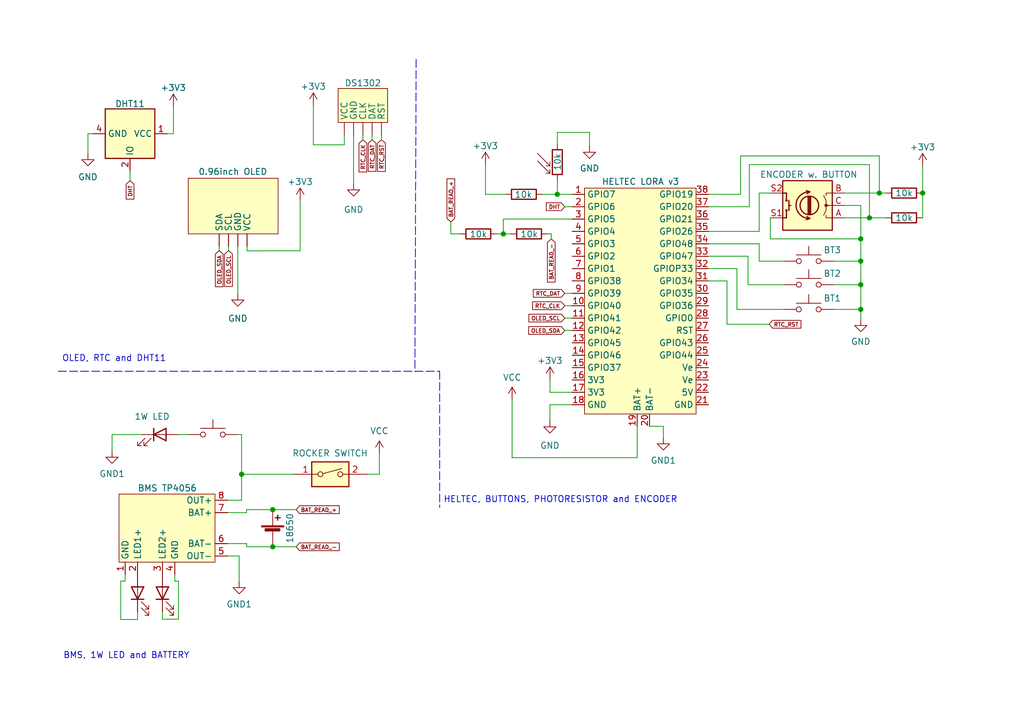
<source format=kicad_sch>
(kicad_sch (version 20211123) (generator eeschema)

  (uuid df32cf88-3774-4b46-a772-43072f1a0632)

  (paper "A5")

  (title_block
    (title "OTSI")
    (date "2024-01-25")
    (rev "1")
    (company "ANUlab")
  )

  (lib_symbols
    (symbol "Device:Battery_Cell" (pin_numbers hide) (pin_names (offset 0) hide) (in_bom yes) (on_board yes)
      (property "Reference" "BT" (id 0) (at 2.54 2.54 0)
        (effects (font (size 1.27 1.27)) (justify left))
      )
      (property "Value" "Battery_Cell" (id 1) (at 2.54 0 0)
        (effects (font (size 1.27 1.27)) (justify left))
      )
      (property "Footprint" "" (id 2) (at 0 1.524 90)
        (effects (font (size 1.27 1.27)) hide)
      )
      (property "Datasheet" "~" (id 3) (at 0 1.524 90)
        (effects (font (size 1.27 1.27)) hide)
      )
      (property "ki_keywords" "battery cell" (id 4) (at 0 0 0)
        (effects (font (size 1.27 1.27)) hide)
      )
      (property "ki_description" "Single-cell battery" (id 5) (at 0 0 0)
        (effects (font (size 1.27 1.27)) hide)
      )
      (symbol "Battery_Cell_0_1"
        (rectangle (start -2.286 1.778) (end 2.286 1.524)
          (stroke (width 0) (type default) (color 0 0 0 0))
          (fill (type outline))
        )
        (rectangle (start -1.5748 1.1938) (end 1.4732 0.6858)
          (stroke (width 0) (type default) (color 0 0 0 0))
          (fill (type outline))
        )
        (polyline
          (pts
            (xy 0 0.762)
            (xy 0 0)
          )
          (stroke (width 0) (type default) (color 0 0 0 0))
          (fill (type none))
        )
        (polyline
          (pts
            (xy 0 1.778)
            (xy 0 2.54)
          )
          (stroke (width 0) (type default) (color 0 0 0 0))
          (fill (type none))
        )
        (polyline
          (pts
            (xy 0.508 3.429)
            (xy 1.524 3.429)
          )
          (stroke (width 0.254) (type default) (color 0 0 0 0))
          (fill (type none))
        )
        (polyline
          (pts
            (xy 1.016 3.937)
            (xy 1.016 2.921)
          )
          (stroke (width 0.254) (type default) (color 0 0 0 0))
          (fill (type none))
        )
      )
      (symbol "Battery_Cell_1_1"
        (pin passive line (at 0 5.08 270) (length 2.54)
          (name "+" (effects (font (size 1.27 1.27))))
          (number "1" (effects (font (size 1.27 1.27))))
        )
        (pin passive line (at 0 -2.54 90) (length 2.54)
          (name "-" (effects (font (size 1.27 1.27))))
          (number "2" (effects (font (size 1.27 1.27))))
        )
      )
    )
    (symbol "Device:LED" (pin_numbers hide) (pin_names (offset 1.016) hide) (in_bom yes) (on_board yes)
      (property "Reference" "D" (id 0) (at 0 2.54 0)
        (effects (font (size 1.27 1.27)))
      )
      (property "Value" "LED" (id 1) (at 0 -2.54 0)
        (effects (font (size 1.27 1.27)))
      )
      (property "Footprint" "" (id 2) (at 0 0 0)
        (effects (font (size 1.27 1.27)) hide)
      )
      (property "Datasheet" "~" (id 3) (at 0 0 0)
        (effects (font (size 1.27 1.27)) hide)
      )
      (property "ki_keywords" "LED diode" (id 4) (at 0 0 0)
        (effects (font (size 1.27 1.27)) hide)
      )
      (property "ki_description" "Light emitting diode" (id 5) (at 0 0 0)
        (effects (font (size 1.27 1.27)) hide)
      )
      (property "ki_fp_filters" "LED* LED_SMD:* LED_THT:*" (id 6) (at 0 0 0)
        (effects (font (size 1.27 1.27)) hide)
      )
      (symbol "LED_0_1"
        (polyline
          (pts
            (xy -1.27 -1.27)
            (xy -1.27 1.27)
          )
          (stroke (width 0.254) (type default) (color 0 0 0 0))
          (fill (type none))
        )
        (polyline
          (pts
            (xy -1.27 0)
            (xy 1.27 0)
          )
          (stroke (width 0) (type default) (color 0 0 0 0))
          (fill (type none))
        )
        (polyline
          (pts
            (xy 1.27 -1.27)
            (xy 1.27 1.27)
            (xy -1.27 0)
            (xy 1.27 -1.27)
          )
          (stroke (width 0.254) (type default) (color 0 0 0 0))
          (fill (type none))
        )
        (polyline
          (pts
            (xy -3.048 -0.762)
            (xy -4.572 -2.286)
            (xy -3.81 -2.286)
            (xy -4.572 -2.286)
            (xy -4.572 -1.524)
          )
          (stroke (width 0) (type default) (color 0 0 0 0))
          (fill (type none))
        )
        (polyline
          (pts
            (xy -1.778 -0.762)
            (xy -3.302 -2.286)
            (xy -2.54 -2.286)
            (xy -3.302 -2.286)
            (xy -3.302 -1.524)
          )
          (stroke (width 0) (type default) (color 0 0 0 0))
          (fill (type none))
        )
      )
      (symbol "LED_1_1"
        (pin passive line (at -3.81 0 0) (length 2.54)
          (name "K" (effects (font (size 1.27 1.27))))
          (number "1" (effects (font (size 1.27 1.27))))
        )
        (pin passive line (at 3.81 0 180) (length 2.54)
          (name "A" (effects (font (size 1.27 1.27))))
          (number "2" (effects (font (size 1.27 1.27))))
        )
      )
    )
    (symbol "Device:R" (pin_numbers hide) (pin_names (offset 0)) (in_bom yes) (on_board yes)
      (property "Reference" "R" (id 0) (at 2.032 0 90)
        (effects (font (size 1.27 1.27)))
      )
      (property "Value" "R" (id 1) (at 0 0 90)
        (effects (font (size 1.27 1.27)))
      )
      (property "Footprint" "" (id 2) (at -1.778 0 90)
        (effects (font (size 1.27 1.27)) hide)
      )
      (property "Datasheet" "~" (id 3) (at 0 0 0)
        (effects (font (size 1.27 1.27)) hide)
      )
      (property "ki_keywords" "R res resistor" (id 4) (at 0 0 0)
        (effects (font (size 1.27 1.27)) hide)
      )
      (property "ki_description" "Resistor" (id 5) (at 0 0 0)
        (effects (font (size 1.27 1.27)) hide)
      )
      (property "ki_fp_filters" "R_*" (id 6) (at 0 0 0)
        (effects (font (size 1.27 1.27)) hide)
      )
      (symbol "R_0_1"
        (rectangle (start -1.016 -2.54) (end 1.016 2.54)
          (stroke (width 0.254) (type default) (color 0 0 0 0))
          (fill (type none))
        )
      )
      (symbol "R_1_1"
        (pin passive line (at 0 3.81 270) (length 1.27)
          (name "~" (effects (font (size 1.27 1.27))))
          (number "1" (effects (font (size 1.27 1.27))))
        )
        (pin passive line (at 0 -3.81 90) (length 1.27)
          (name "~" (effects (font (size 1.27 1.27))))
          (number "2" (effects (font (size 1.27 1.27))))
        )
      )
    )
    (symbol "Device:R_Photo" (pin_numbers hide) (pin_names (offset 0)) (in_bom yes) (on_board yes)
      (property "Reference" "R" (id 0) (at 1.27 1.27 0)
        (effects (font (size 1.27 1.27)) (justify left))
      )
      (property "Value" "R_Photo" (id 1) (at 1.27 0 0)
        (effects (font (size 1.27 1.27)) (justify left top))
      )
      (property "Footprint" "" (id 2) (at 1.27 -6.35 90)
        (effects (font (size 1.27 1.27)) (justify left) hide)
      )
      (property "Datasheet" "~" (id 3) (at 0 -1.27 0)
        (effects (font (size 1.27 1.27)) hide)
      )
      (property "ki_keywords" "resistor variable light sensitive opto LDR" (id 4) (at 0 0 0)
        (effects (font (size 1.27 1.27)) hide)
      )
      (property "ki_description" "Photoresistor" (id 5) (at 0 0 0)
        (effects (font (size 1.27 1.27)) hide)
      )
      (property "ki_fp_filters" "*LDR* R?LDR*" (id 6) (at 0 0 0)
        (effects (font (size 1.27 1.27)) hide)
      )
      (symbol "R_Photo_0_1"
        (rectangle (start -1.016 2.54) (end 1.016 -2.54)
          (stroke (width 0.254) (type default) (color 0 0 0 0))
          (fill (type none))
        )
        (polyline
          (pts
            (xy -1.524 -2.286)
            (xy -4.064 0.254)
          )
          (stroke (width 0) (type default) (color 0 0 0 0))
          (fill (type none))
        )
        (polyline
          (pts
            (xy -1.524 -2.286)
            (xy -2.286 -2.286)
          )
          (stroke (width 0) (type default) (color 0 0 0 0))
          (fill (type none))
        )
        (polyline
          (pts
            (xy -1.524 -2.286)
            (xy -1.524 -1.524)
          )
          (stroke (width 0) (type default) (color 0 0 0 0))
          (fill (type none))
        )
        (polyline
          (pts
            (xy -1.524 -0.762)
            (xy -4.064 1.778)
          )
          (stroke (width 0) (type default) (color 0 0 0 0))
          (fill (type none))
        )
        (polyline
          (pts
            (xy -1.524 -0.762)
            (xy -2.286 -0.762)
          )
          (stroke (width 0) (type default) (color 0 0 0 0))
          (fill (type none))
        )
        (polyline
          (pts
            (xy -1.524 -0.762)
            (xy -1.524 0)
          )
          (stroke (width 0) (type default) (color 0 0 0 0))
          (fill (type none))
        )
      )
      (symbol "R_Photo_1_1"
        (pin passive line (at 0 3.81 270) (length 1.27)
          (name "~" (effects (font (size 1.27 1.27))))
          (number "1" (effects (font (size 1.27 1.27))))
        )
        (pin passive line (at 0 -3.81 90) (length 1.27)
          (name "~" (effects (font (size 1.27 1.27))))
          (number "2" (effects (font (size 1.27 1.27))))
        )
      )
    )
    (symbol "Device:RotaryEncoder_Switch" (pin_names (offset 0.254) hide) (in_bom yes) (on_board yes)
      (property "Reference" "SW" (id 0) (at 0 6.604 0)
        (effects (font (size 1.27 1.27)))
      )
      (property "Value" "RotaryEncoder_Switch" (id 1) (at 0 -6.604 0)
        (effects (font (size 1.27 1.27)))
      )
      (property "Footprint" "" (id 2) (at -3.81 4.064 0)
        (effects (font (size 1.27 1.27)) hide)
      )
      (property "Datasheet" "~" (id 3) (at 0 6.604 0)
        (effects (font (size 1.27 1.27)) hide)
      )
      (property "ki_keywords" "rotary switch encoder switch push button" (id 4) (at 0 0 0)
        (effects (font (size 1.27 1.27)) hide)
      )
      (property "ki_description" "Rotary encoder, dual channel, incremental quadrate outputs, with switch" (id 5) (at 0 0 0)
        (effects (font (size 1.27 1.27)) hide)
      )
      (property "ki_fp_filters" "RotaryEncoder*Switch*" (id 6) (at 0 0 0)
        (effects (font (size 1.27 1.27)) hide)
      )
      (symbol "RotaryEncoder_Switch_0_1"
        (rectangle (start -5.08 5.08) (end 5.08 -5.08)
          (stroke (width 0.254) (type default) (color 0 0 0 0))
          (fill (type background))
        )
        (circle (center -3.81 0) (radius 0.254)
          (stroke (width 0) (type default) (color 0 0 0 0))
          (fill (type outline))
        )
        (arc (start -0.381 -2.794) (mid 2.3622 -0.0508) (end -0.381 2.667)
          (stroke (width 0.254) (type default) (color 0 0 0 0))
          (fill (type none))
        )
        (circle (center -0.381 0) (radius 1.905)
          (stroke (width 0.254) (type default) (color 0 0 0 0))
          (fill (type none))
        )
        (polyline
          (pts
            (xy -0.635 -1.778)
            (xy -0.635 1.778)
          )
          (stroke (width 0.254) (type default) (color 0 0 0 0))
          (fill (type none))
        )
        (polyline
          (pts
            (xy -0.381 -1.778)
            (xy -0.381 1.778)
          )
          (stroke (width 0.254) (type default) (color 0 0 0 0))
          (fill (type none))
        )
        (polyline
          (pts
            (xy -0.127 1.778)
            (xy -0.127 -1.778)
          )
          (stroke (width 0.254) (type default) (color 0 0 0 0))
          (fill (type none))
        )
        (polyline
          (pts
            (xy 3.81 0)
            (xy 3.429 0)
          )
          (stroke (width 0.254) (type default) (color 0 0 0 0))
          (fill (type none))
        )
        (polyline
          (pts
            (xy 3.81 1.016)
            (xy 3.81 -1.016)
          )
          (stroke (width 0.254) (type default) (color 0 0 0 0))
          (fill (type none))
        )
        (polyline
          (pts
            (xy -5.08 -2.54)
            (xy -3.81 -2.54)
            (xy -3.81 -2.032)
          )
          (stroke (width 0) (type default) (color 0 0 0 0))
          (fill (type none))
        )
        (polyline
          (pts
            (xy -5.08 2.54)
            (xy -3.81 2.54)
            (xy -3.81 2.032)
          )
          (stroke (width 0) (type default) (color 0 0 0 0))
          (fill (type none))
        )
        (polyline
          (pts
            (xy 0.254 -3.048)
            (xy -0.508 -2.794)
            (xy 0.127 -2.413)
          )
          (stroke (width 0.254) (type default) (color 0 0 0 0))
          (fill (type none))
        )
        (polyline
          (pts
            (xy 0.254 2.921)
            (xy -0.508 2.667)
            (xy 0.127 2.286)
          )
          (stroke (width 0.254) (type default) (color 0 0 0 0))
          (fill (type none))
        )
        (polyline
          (pts
            (xy 5.08 -2.54)
            (xy 4.318 -2.54)
            (xy 4.318 -1.016)
          )
          (stroke (width 0.254) (type default) (color 0 0 0 0))
          (fill (type none))
        )
        (polyline
          (pts
            (xy 5.08 2.54)
            (xy 4.318 2.54)
            (xy 4.318 1.016)
          )
          (stroke (width 0.254) (type default) (color 0 0 0 0))
          (fill (type none))
        )
        (polyline
          (pts
            (xy -5.08 0)
            (xy -3.81 0)
            (xy -3.81 -1.016)
            (xy -3.302 -2.032)
          )
          (stroke (width 0) (type default) (color 0 0 0 0))
          (fill (type none))
        )
        (polyline
          (pts
            (xy -4.318 0)
            (xy -3.81 0)
            (xy -3.81 1.016)
            (xy -3.302 2.032)
          )
          (stroke (width 0) (type default) (color 0 0 0 0))
          (fill (type none))
        )
        (circle (center 4.318 -1.016) (radius 0.127)
          (stroke (width 0.254) (type default) (color 0 0 0 0))
          (fill (type none))
        )
        (circle (center 4.318 1.016) (radius 0.127)
          (stroke (width 0.254) (type default) (color 0 0 0 0))
          (fill (type none))
        )
      )
      (symbol "RotaryEncoder_Switch_1_1"
        (pin passive line (at -7.62 2.54 0) (length 2.54)
          (name "A" (effects (font (size 1.27 1.27))))
          (number "A" (effects (font (size 1.27 1.27))))
        )
        (pin passive line (at -7.62 -2.54 0) (length 2.54)
          (name "B" (effects (font (size 1.27 1.27))))
          (number "B" (effects (font (size 1.27 1.27))))
        )
        (pin passive line (at -7.62 0 0) (length 2.54)
          (name "C" (effects (font (size 1.27 1.27))))
          (number "C" (effects (font (size 1.27 1.27))))
        )
        (pin passive line (at 7.62 2.54 180) (length 2.54)
          (name "S1" (effects (font (size 1.27 1.27))))
          (number "S1" (effects (font (size 1.27 1.27))))
        )
        (pin passive line (at 7.62 -2.54 180) (length 2.54)
          (name "S2" (effects (font (size 1.27 1.27))))
          (number "S2" (effects (font (size 1.27 1.27))))
        )
      )
    )
    (symbol "Sensor:DHT11" (in_bom yes) (on_board yes)
      (property "Reference" "U" (id 0) (at -3.81 6.35 0)
        (effects (font (size 1.27 1.27)))
      )
      (property "Value" "DHT11" (id 1) (at 3.81 6.35 0)
        (effects (font (size 1.27 1.27)))
      )
      (property "Footprint" "Sensor:Aosong_DHT11_5.5x12.0_P2.54mm" (id 2) (at 0 -10.16 0)
        (effects (font (size 1.27 1.27)) hide)
      )
      (property "Datasheet" "http://akizukidenshi.com/download/ds/aosong/DHT11.pdf" (id 3) (at 3.81 6.35 0)
        (effects (font (size 1.27 1.27)) hide)
      )
      (property "ki_keywords" "Digital temperature humidity sensor" (id 4) (at 0 0 0)
        (effects (font (size 1.27 1.27)) hide)
      )
      (property "ki_description" "Temperature and humidity module" (id 5) (at 0 0 0)
        (effects (font (size 1.27 1.27)) hide)
      )
      (property "ki_fp_filters" "Aosong*DHT11*5.5x12.0*P2.54mm*" (id 6) (at 0 0 0)
        (effects (font (size 1.27 1.27)) hide)
      )
      (symbol "DHT11_0_1"
        (rectangle (start -5.08 5.08) (end 5.08 -5.08)
          (stroke (width 0.254) (type default) (color 0 0 0 0))
          (fill (type background))
        )
      )
      (symbol "DHT11_1_1"
        (pin power_in line (at 0 7.62 270) (length 2.54)
          (name "VCC" (effects (font (size 1.27 1.27))))
          (number "1" (effects (font (size 1.27 1.27))))
        )
        (pin bidirectional line (at 7.62 0 180) (length 2.54)
          (name "IO" (effects (font (size 1.27 1.27))))
          (number "2" (effects (font (size 1.27 1.27))))
        )
        (pin no_connect line (at -5.08 0 0) (length 2.54) hide
          (name "NC" (effects (font (size 1.27 1.27))))
          (number "3" (effects (font (size 1.27 1.27))))
        )
        (pin power_in line (at 0 -7.62 90) (length 2.54)
          (name "GND" (effects (font (size 1.27 1.27))))
          (number "4" (effects (font (size 1.27 1.27))))
        )
      )
    )
    (symbol "Switch:SW_DIP_x01" (pin_names (offset 0) hide) (in_bom yes) (on_board yes)
      (property "Reference" "SW" (id 0) (at 0 3.81 0)
        (effects (font (size 1.27 1.27)))
      )
      (property "Value" "SW_DIP_x01" (id 1) (at 0 -3.81 0)
        (effects (font (size 1.27 1.27)))
      )
      (property "Footprint" "" (id 2) (at 0 0 0)
        (effects (font (size 1.27 1.27)) hide)
      )
      (property "Datasheet" "~" (id 3) (at 0 0 0)
        (effects (font (size 1.27 1.27)) hide)
      )
      (property "ki_keywords" "dip switch" (id 4) (at 0 0 0)
        (effects (font (size 1.27 1.27)) hide)
      )
      (property "ki_description" "1x DIP Switch, Single Pole Single Throw (SPST) switch, small symbol" (id 5) (at 0 0 0)
        (effects (font (size 1.27 1.27)) hide)
      )
      (property "ki_fp_filters" "SW?DIP?x1*" (id 6) (at 0 0 0)
        (effects (font (size 1.27 1.27)) hide)
      )
      (symbol "SW_DIP_x01_0_0"
        (circle (center -2.032 0) (radius 0.508)
          (stroke (width 0) (type default) (color 0 0 0 0))
          (fill (type none))
        )
        (polyline
          (pts
            (xy -1.524 0.127)
            (xy 2.3622 1.1684)
          )
          (stroke (width 0) (type default) (color 0 0 0 0))
          (fill (type none))
        )
        (circle (center 2.032 0) (radius 0.508)
          (stroke (width 0) (type default) (color 0 0 0 0))
          (fill (type none))
        )
      )
      (symbol "SW_DIP_x01_0_1"
        (rectangle (start -3.81 2.54) (end 3.81 -2.54)
          (stroke (width 0.254) (type default) (color 0 0 0 0))
          (fill (type background))
        )
      )
      (symbol "SW_DIP_x01_1_1"
        (pin passive line (at -7.62 0 0) (length 5.08)
          (name "~" (effects (font (size 1.27 1.27))))
          (number "1" (effects (font (size 1.27 1.27))))
        )
        (pin passive line (at 7.62 0 180) (length 5.08)
          (name "~" (effects (font (size 1.27 1.27))))
          (number "2" (effects (font (size 1.27 1.27))))
        )
      )
    )
    (symbol "Switch:SW_Push" (pin_numbers hide) (pin_names (offset 1.016) hide) (in_bom yes) (on_board yes)
      (property "Reference" "SW" (id 0) (at 1.27 2.54 0)
        (effects (font (size 1.27 1.27)) (justify left))
      )
      (property "Value" "SW_Push" (id 1) (at 0 -1.524 0)
        (effects (font (size 1.27 1.27)))
      )
      (property "Footprint" "" (id 2) (at 0 5.08 0)
        (effects (font (size 1.27 1.27)) hide)
      )
      (property "Datasheet" "~" (id 3) (at 0 5.08 0)
        (effects (font (size 1.27 1.27)) hide)
      )
      (property "ki_keywords" "switch normally-open pushbutton push-button" (id 4) (at 0 0 0)
        (effects (font (size 1.27 1.27)) hide)
      )
      (property "ki_description" "Push button switch, generic, two pins" (id 5) (at 0 0 0)
        (effects (font (size 1.27 1.27)) hide)
      )
      (symbol "SW_Push_0_1"
        (circle (center -2.032 0) (radius 0.508)
          (stroke (width 0) (type default) (color 0 0 0 0))
          (fill (type none))
        )
        (polyline
          (pts
            (xy 0 1.27)
            (xy 0 3.048)
          )
          (stroke (width 0) (type default) (color 0 0 0 0))
          (fill (type none))
        )
        (polyline
          (pts
            (xy 2.54 1.27)
            (xy -2.54 1.27)
          )
          (stroke (width 0) (type default) (color 0 0 0 0))
          (fill (type none))
        )
        (circle (center 2.032 0) (radius 0.508)
          (stroke (width 0) (type default) (color 0 0 0 0))
          (fill (type none))
        )
        (pin passive line (at -5.08 0 0) (length 2.54)
          (name "1" (effects (font (size 1.27 1.27))))
          (number "1" (effects (font (size 1.27 1.27))))
        )
        (pin passive line (at 5.08 0 180) (length 2.54)
          (name "2" (effects (font (size 1.27 1.27))))
          (number "2" (effects (font (size 1.27 1.27))))
        )
      )
    )
    (symbol "myLib:BMS" (in_bom yes) (on_board yes)
      (property "Reference" "U" (id 0) (at 0 0 0)
        (effects (font (size 1.27 1.27)))
      )
      (property "Value" "BMS" (id 1) (at 0 1.905 0)
        (effects (font (size 1.27 1.27)))
      )
      (property "Footprint" "" (id 2) (at 0 0 0)
        (effects (font (size 1.27 1.27)) hide)
      )
      (property "Datasheet" "" (id 3) (at 0 0 0)
        (effects (font (size 1.27 1.27)) hide)
      )
      (symbol "BMS_0_0"
        (rectangle (start 9.525 -1.27) (end -10.16 -15.24)
          (stroke (width 0) (type default) (color 0 0 0 0))
          (fill (type background))
        )
      )
      (symbol "BMS_1_1"
        (pin input line (at -8.89 -17.78 90) (length 2.54)
          (name "GND" (effects (font (size 1.27 1.27))))
          (number "1" (effects (font (size 1.27 1.27))))
        )
        (pin input line (at -6.35 -17.78 90) (length 2.54)
          (name "LED1+" (effects (font (size 1.27 1.27))))
          (number "2" (effects (font (size 1.27 1.27))))
        )
        (pin input line (at -1.27 -17.78 90) (length 2.54)
          (name "LED2+" (effects (font (size 1.27 1.27))))
          (number "3" (effects (font (size 1.27 1.27))))
        )
        (pin input line (at 1.27 -17.78 90) (length 2.54)
          (name "GND" (effects (font (size 1.27 1.27))))
          (number "4" (effects (font (size 1.27 1.27))))
        )
        (pin input line (at 12.065 -13.97 180) (length 2.54)
          (name "OUT-" (effects (font (size 1.27 1.27))))
          (number "5" (effects (font (size 1.27 1.27))))
        )
        (pin input line (at 12.065 -11.43 180) (length 2.54)
          (name "BAT-" (effects (font (size 1.27 1.27))))
          (number "6" (effects (font (size 1.27 1.27))))
        )
        (pin input line (at 12.065 -5.08 180) (length 2.54)
          (name "BAT+" (effects (font (size 1.27 1.27))))
          (number "7" (effects (font (size 1.27 1.27))))
        )
        (pin input line (at 12.065 -2.54 180) (length 2.54)
          (name "OUT+" (effects (font (size 1.27 1.27))))
          (number "8" (effects (font (size 1.27 1.27))))
        )
      )
    )
    (symbol "myLib:RTC_ds1302" (in_bom yes) (on_board yes)
      (property "Reference" "U" (id 0) (at 1.27 -5.08 0)
        (effects (font (size 1.27 1.27)))
      )
      (property "Value" "RTC_ds1302" (id 1) (at 1.27 -5.08 0)
        (effects (font (size 1.27 1.27)))
      )
      (property "Footprint" "" (id 2) (at 1.27 -5.08 0)
        (effects (font (size 1.27 1.27)) hide)
      )
      (property "Datasheet" "" (id 3) (at 1.27 -5.08 0)
        (effects (font (size 1.27 1.27)) hide)
      )
      (symbol "RTC_ds1302_0_1"
        (rectangle (start 6.35 -13.97) (end -3.81 -6.985)
          (stroke (width 0) (type default) (color 0 0 0 0))
          (fill (type background))
        )
      )
      (symbol "RTC_ds1302_1_1"
        (pin input line (at 1.27 -16.51 90) (length 2.54)
          (name "CLK" (effects (font (size 1.27 1.27))))
          (number "" (effects (font (size 1.27 1.27))))
        )
        (pin input line (at 3.175 -16.51 90) (length 2.54)
          (name "DAT" (effects (font (size 1.27 1.27))))
          (number "" (effects (font (size 1.27 1.27))))
        )
        (pin input line (at -0.635 -16.51 90) (length 2.54)
          (name "GND" (effects (font (size 1.27 1.27))))
          (number "" (effects (font (size 1.27 1.27))))
        )
        (pin input line (at 5.08 -16.51 90) (length 2.54)
          (name "RST" (effects (font (size 1.27 1.27))))
          (number "" (effects (font (size 1.27 1.27))))
        )
        (pin input line (at -2.54 -16.51 90) (length 2.54)
          (name "VCC" (effects (font (size 1.27 1.27))))
          (number "" (effects (font (size 1.27 1.27))))
        )
      )
    )
    (symbol "myLib:heltec" (in_bom yes) (on_board yes)
      (property "Reference" "U" (id 0) (at 6.985 -5.08 0)
        (effects (font (size 1.27 1.27)))
      )
      (property "Value" "heltec" (id 1) (at 6.985 -3.175 0)
        (effects (font (size 1.27 1.27)))
      )
      (property "Footprint" "" (id 2) (at 6.985 -5.08 0)
        (effects (font (size 1.27 1.27)) hide)
      )
      (property "Datasheet" "" (id 3) (at 6.985 -5.08 0)
        (effects (font (size 1.27 1.27)) hide)
      )
      (symbol "heltec_0_1"
        (rectangle (start -5.08 -6.35) (end 17.78 -52.705)
          (stroke (width 0) (type default) (color 0 0 0 0))
          (fill (type background))
        )
      )
      (symbol "heltec_1_1"
        (pin input line (at -7.62 -7.62 0) (length 2.54)
          (name "GPIO7" (effects (font (size 1.27 1.27))))
          (number "1" (effects (font (size 1.27 1.27))))
        )
        (pin input line (at -7.62 -30.48 0) (length 2.54)
          (name "GPIO40" (effects (font (size 1.27 1.27))))
          (number "10" (effects (font (size 1.27 1.27))))
        )
        (pin input line (at -7.62 -33.02 0) (length 2.54)
          (name "GPIO41" (effects (font (size 1.27 1.27))))
          (number "11" (effects (font (size 1.27 1.27))))
        )
        (pin input line (at -7.62 -35.56 0) (length 2.54)
          (name "GPIO42" (effects (font (size 1.27 1.27))))
          (number "12" (effects (font (size 1.27 1.27))))
        )
        (pin input line (at -7.62 -38.1 0) (length 2.54)
          (name "GPIO45" (effects (font (size 1.27 1.27))))
          (number "13" (effects (font (size 1.27 1.27))))
        )
        (pin input line (at -7.62 -40.64 0) (length 2.54)
          (name "GPIO46" (effects (font (size 1.27 1.27))))
          (number "14" (effects (font (size 1.27 1.27))))
        )
        (pin input line (at -7.62 -43.18 0) (length 2.54)
          (name "GPIO37" (effects (font (size 1.27 1.27))))
          (number "15" (effects (font (size 1.27 1.27))))
        )
        (pin input line (at -7.62 -45.72 0) (length 2.54)
          (name "3V3" (effects (font (size 1.27 1.27))))
          (number "16" (effects (font (size 1.27 1.27))))
        )
        (pin input line (at -7.62 -48.26 0) (length 2.54)
          (name "3V3" (effects (font (size 1.27 1.27))))
          (number "17" (effects (font (size 1.27 1.27))))
        )
        (pin input line (at -7.62 -50.8 0) (length 2.54)
          (name "GND" (effects (font (size 1.27 1.27))))
          (number "18" (effects (font (size 1.27 1.27))))
        )
        (pin input line (at 5.715 -55.245 90) (length 2.54)
          (name "BAT+" (effects (font (size 1.27 1.27))))
          (number "19" (effects (font (size 1.27 1.27))))
        )
        (pin input line (at -7.62 -10.16 0) (length 2.54)
          (name "GPIO6" (effects (font (size 1.27 1.27))))
          (number "2" (effects (font (size 1.27 1.27))))
        )
        (pin input line (at 8.255 -55.245 90) (length 2.54)
          (name "BAT-" (effects (font (size 1.27 1.27))))
          (number "20" (effects (font (size 1.27 1.27))))
        )
        (pin input line (at 20.32 -50.8 180) (length 2.54)
          (name "GND" (effects (font (size 1.27 1.27))))
          (number "21" (effects (font (size 1.27 1.27))))
        )
        (pin input line (at 20.32 -48.26 180) (length 2.54)
          (name "5V" (effects (font (size 1.27 1.27))))
          (number "22" (effects (font (size 1.27 1.27))))
        )
        (pin input line (at 20.32 -45.72 180) (length 2.54)
          (name "Ve" (effects (font (size 1.27 1.27))))
          (number "23" (effects (font (size 1.27 1.27))))
        )
        (pin input line (at 20.32 -43.18 180) (length 2.54)
          (name "Ve" (effects (font (size 1.27 1.27))))
          (number "24" (effects (font (size 1.27 1.27))))
        )
        (pin input line (at 20.32 -40.64 180) (length 2.54)
          (name "GPIO44" (effects (font (size 1.27 1.27))))
          (number "25" (effects (font (size 1.27 1.27))))
        )
        (pin input line (at 20.32 -38.1 180) (length 2.54)
          (name "GPIO43" (effects (font (size 1.27 1.27))))
          (number "26" (effects (font (size 1.27 1.27))))
        )
        (pin input line (at 20.32 -35.56 180) (length 2.54)
          (name "RST" (effects (font (size 1.27 1.27))))
          (number "27" (effects (font (size 1.27 1.27))))
        )
        (pin input line (at 20.32 -33.02 180) (length 2.54)
          (name "GPIO0" (effects (font (size 1.27 1.27))))
          (number "28" (effects (font (size 1.27 1.27))))
        )
        (pin input line (at 20.32 -30.48 180) (length 2.54)
          (name "GPIO36" (effects (font (size 1.27 1.27))))
          (number "29" (effects (font (size 1.27 1.27))))
        )
        (pin input line (at -7.62 -12.7 0) (length 2.54)
          (name "GPIO5" (effects (font (size 1.27 1.27))))
          (number "3" (effects (font (size 1.27 1.27))))
        )
        (pin input line (at 20.32 -27.94 180) (length 2.54)
          (name "GPIO35" (effects (font (size 1.27 1.27))))
          (number "30" (effects (font (size 1.27 1.27))))
        )
        (pin input line (at 20.32 -25.4 180) (length 2.54)
          (name "GPIO34" (effects (font (size 1.27 1.27))))
          (number "31" (effects (font (size 1.27 1.27))))
        )
        (pin input line (at 20.32 -22.86 180) (length 2.54)
          (name "GPIOP33" (effects (font (size 1.27 1.27))))
          (number "32" (effects (font (size 1.27 1.27))))
        )
        (pin input line (at 20.32 -20.32 180) (length 2.54)
          (name "GPIO47" (effects (font (size 1.27 1.27))))
          (number "33" (effects (font (size 1.27 1.27))))
        )
        (pin input line (at 20.32 -17.78 180) (length 2.54)
          (name "GPIO48" (effects (font (size 1.27 1.27))))
          (number "34" (effects (font (size 1.27 1.27))))
        )
        (pin input line (at 20.32 -15.24 180) (length 2.54)
          (name "GPIO26" (effects (font (size 1.27 1.27))))
          (number "35" (effects (font (size 1.27 1.27))))
        )
        (pin input line (at 20.32 -12.7 180) (length 2.54)
          (name "GPIO21" (effects (font (size 1.27 1.27))))
          (number "36" (effects (font (size 1.27 1.27))))
        )
        (pin input line (at 20.32 -10.16 180) (length 2.54)
          (name "GPIO20" (effects (font (size 1.27 1.27))))
          (number "37" (effects (font (size 1.27 1.27))))
        )
        (pin input line (at 20.32 -7.62 180) (length 2.54)
          (name "GPIO19" (effects (font (size 1.27 1.27))))
          (number "38" (effects (font (size 1.27 1.27))))
        )
        (pin input line (at -7.62 -15.24 0) (length 2.54)
          (name "GPIO4" (effects (font (size 1.27 1.27))))
          (number "4" (effects (font (size 1.27 1.27))))
        )
        (pin input line (at -7.62 -17.78 0) (length 2.54)
          (name "GPIO3" (effects (font (size 1.27 1.27))))
          (number "5" (effects (font (size 1.27 1.27))))
        )
        (pin input line (at -7.62 -20.32 0) (length 2.54)
          (name "GPIO2" (effects (font (size 1.27 1.27))))
          (number "6" (effects (font (size 1.27 1.27))))
        )
        (pin input line (at -7.62 -22.86 0) (length 2.54)
          (name "GPIO1" (effects (font (size 1.27 1.27))))
          (number "7" (effects (font (size 1.27 1.27))))
        )
        (pin input line (at -7.62 -25.4 0) (length 2.54)
          (name "GPIO38" (effects (font (size 1.27 1.27))))
          (number "8" (effects (font (size 1.27 1.27))))
        )
        (pin input line (at -7.62 -27.94 0) (length 2.54)
          (name "GPIO39" (effects (font (size 1.27 1.27))))
          (number "9" (effects (font (size 1.27 1.27))))
        )
      )
    )
    (symbol "myLib:i2c_0.96_oled" (in_bom yes) (on_board yes)
      (property "Reference" "U" (id 0) (at 0.635 -5.715 0)
        (effects (font (size 1.27 1.27)))
      )
      (property "Value" "i2c_0.96_oled" (id 1) (at 0.635 -7.62 0)
        (effects (font (size 1.27 1.27)))
      )
      (property "Footprint" "" (id 2) (at 0.635 -5.715 0)
        (effects (font (size 1.27 1.27)) hide)
      )
      (property "Datasheet" "" (id 3) (at 0.635 -5.715 0)
        (effects (font (size 1.27 1.27)) hide)
      )
      (symbol "i2c_0.96_oled_0_1"
        (rectangle (start -8.255 -15.875) (end 10.16 -27.305)
          (stroke (width 0) (type default) (color 0 0 0 0))
          (fill (type background))
        )
      )
      (symbol "i2c_0.96_oled_1_1"
        (pin input line (at 0 -13.335 270) (length 2.54)
          (name "GND" (effects (font (size 1.27 1.27))))
          (number "" (effects (font (size 1.27 1.27))))
        )
        (pin input line (at 1.905 -13.335 270) (length 2.54)
          (name "SCL" (effects (font (size 1.27 1.27))))
          (number "" (effects (font (size 1.27 1.27))))
        )
        (pin input line (at 3.81 -13.335 270) (length 2.54)
          (name "SDA" (effects (font (size 1.27 1.27))))
          (number "" (effects (font (size 1.27 1.27))))
        )
        (pin input line (at -1.905 -13.335 270) (length 2.54)
          (name "VCC" (effects (font (size 1.27 1.27))))
          (number "" (effects (font (size 1.27 1.27))))
        )
      )
    )
    (symbol "power:+3V3" (power) (pin_names (offset 0)) (in_bom yes) (on_board yes)
      (property "Reference" "#PWR" (id 0) (at 0 -3.81 0)
        (effects (font (size 1.27 1.27)) hide)
      )
      (property "Value" "+3V3" (id 1) (at 0 3.556 0)
        (effects (font (size 1.27 1.27)))
      )
      (property "Footprint" "" (id 2) (at 0 0 0)
        (effects (font (size 1.27 1.27)) hide)
      )
      (property "Datasheet" "" (id 3) (at 0 0 0)
        (effects (font (size 1.27 1.27)) hide)
      )
      (property "ki_keywords" "power-flag" (id 4) (at 0 0 0)
        (effects (font (size 1.27 1.27)) hide)
      )
      (property "ki_description" "Power symbol creates a global label with name \"+3V3\"" (id 5) (at 0 0 0)
        (effects (font (size 1.27 1.27)) hide)
      )
      (symbol "+3V3_0_1"
        (polyline
          (pts
            (xy -0.762 1.27)
            (xy 0 2.54)
          )
          (stroke (width 0) (type default) (color 0 0 0 0))
          (fill (type none))
        )
        (polyline
          (pts
            (xy 0 0)
            (xy 0 2.54)
          )
          (stroke (width 0) (type default) (color 0 0 0 0))
          (fill (type none))
        )
        (polyline
          (pts
            (xy 0 2.54)
            (xy 0.762 1.27)
          )
          (stroke (width 0) (type default) (color 0 0 0 0))
          (fill (type none))
        )
      )
      (symbol "+3V3_1_1"
        (pin power_in line (at 0 0 90) (length 0) hide
          (name "+3V3" (effects (font (size 1.27 1.27))))
          (number "1" (effects (font (size 1.27 1.27))))
        )
      )
    )
    (symbol "power:GND" (power) (pin_names (offset 0)) (in_bom yes) (on_board yes)
      (property "Reference" "#PWR" (id 0) (at 0 -6.35 0)
        (effects (font (size 1.27 1.27)) hide)
      )
      (property "Value" "GND" (id 1) (at 0 -3.81 0)
        (effects (font (size 1.27 1.27)))
      )
      (property "Footprint" "" (id 2) (at 0 0 0)
        (effects (font (size 1.27 1.27)) hide)
      )
      (property "Datasheet" "" (id 3) (at 0 0 0)
        (effects (font (size 1.27 1.27)) hide)
      )
      (property "ki_keywords" "power-flag" (id 4) (at 0 0 0)
        (effects (font (size 1.27 1.27)) hide)
      )
      (property "ki_description" "Power symbol creates a global label with name \"GND\" , ground" (id 5) (at 0 0 0)
        (effects (font (size 1.27 1.27)) hide)
      )
      (symbol "GND_0_1"
        (polyline
          (pts
            (xy 0 0)
            (xy 0 -1.27)
            (xy 1.27 -1.27)
            (xy 0 -2.54)
            (xy -1.27 -1.27)
            (xy 0 -1.27)
          )
          (stroke (width 0) (type default) (color 0 0 0 0))
          (fill (type none))
        )
      )
      (symbol "GND_1_1"
        (pin power_in line (at 0 0 270) (length 0) hide
          (name "GND" (effects (font (size 1.27 1.27))))
          (number "1" (effects (font (size 1.27 1.27))))
        )
      )
    )
    (symbol "power:GND1" (power) (pin_names (offset 0)) (in_bom yes) (on_board yes)
      (property "Reference" "#PWR" (id 0) (at 0 -6.35 0)
        (effects (font (size 1.27 1.27)) hide)
      )
      (property "Value" "GND1" (id 1) (at 0 -3.81 0)
        (effects (font (size 1.27 1.27)))
      )
      (property "Footprint" "" (id 2) (at 0 0 0)
        (effects (font (size 1.27 1.27)) hide)
      )
      (property "Datasheet" "" (id 3) (at 0 0 0)
        (effects (font (size 1.27 1.27)) hide)
      )
      (property "ki_keywords" "power-flag" (id 4) (at 0 0 0)
        (effects (font (size 1.27 1.27)) hide)
      )
      (property "ki_description" "Power symbol creates a global label with name \"GND1\" , ground" (id 5) (at 0 0 0)
        (effects (font (size 1.27 1.27)) hide)
      )
      (symbol "GND1_0_1"
        (polyline
          (pts
            (xy 0 0)
            (xy 0 -1.27)
            (xy 1.27 -1.27)
            (xy 0 -2.54)
            (xy -1.27 -1.27)
            (xy 0 -1.27)
          )
          (stroke (width 0) (type default) (color 0 0 0 0))
          (fill (type none))
        )
      )
      (symbol "GND1_1_1"
        (pin power_in line (at 0 0 270) (length 0) hide
          (name "GND1" (effects (font (size 1.27 1.27))))
          (number "1" (effects (font (size 1.27 1.27))))
        )
      )
    )
    (symbol "power:VCC" (power) (pin_names (offset 0)) (in_bom yes) (on_board yes)
      (property "Reference" "#PWR" (id 0) (at 0 -3.81 0)
        (effects (font (size 1.27 1.27)) hide)
      )
      (property "Value" "VCC" (id 1) (at 0 3.81 0)
        (effects (font (size 1.27 1.27)))
      )
      (property "Footprint" "" (id 2) (at 0 0 0)
        (effects (font (size 1.27 1.27)) hide)
      )
      (property "Datasheet" "" (id 3) (at 0 0 0)
        (effects (font (size 1.27 1.27)) hide)
      )
      (property "ki_keywords" "power-flag" (id 4) (at 0 0 0)
        (effects (font (size 1.27 1.27)) hide)
      )
      (property "ki_description" "Power symbol creates a global label with name \"VCC\"" (id 5) (at 0 0 0)
        (effects (font (size 1.27 1.27)) hide)
      )
      (symbol "VCC_0_1"
        (polyline
          (pts
            (xy -0.762 1.27)
            (xy 0 2.54)
          )
          (stroke (width 0) (type default) (color 0 0 0 0))
          (fill (type none))
        )
        (polyline
          (pts
            (xy 0 0)
            (xy 0 2.54)
          )
          (stroke (width 0) (type default) (color 0 0 0 0))
          (fill (type none))
        )
        (polyline
          (pts
            (xy 0 2.54)
            (xy 0.762 1.27)
          )
          (stroke (width 0) (type default) (color 0 0 0 0))
          (fill (type none))
        )
      )
      (symbol "VCC_1_1"
        (pin power_in line (at 0 0 90) (length 0) hide
          (name "VCC" (effects (font (size 1.27 1.27))))
          (number "1" (effects (font (size 1.27 1.27))))
        )
      )
    )
  )

  (junction (at 176.53 58.42) (diameter 0) (color 0 0 0 0)
    (uuid 2314548e-6e6b-42d7-a42e-2523844677cc)
  )
  (junction (at 55.9308 104.5972) (diameter 0) (color 0 0 0 0)
    (uuid 5e85ee52-462c-478a-b7d8-d648b12e5f02)
  )
  (junction (at 178.308 44.704) (diameter 0) (color 0 0 0 0)
    (uuid 6cab9150-32ad-43aa-803e-77953c7ae703)
  )
  (junction (at 180.34 39.624) (diameter 0) (color 0 0 0 0)
    (uuid 77725393-74f3-4e6a-9e43-d548c17952a5)
  )
  (junction (at 49.5554 97.3328) (diameter 0) (color 0 0 0 0)
    (uuid 9d1fdda4-2ea2-44f0-be78-cdd1b6ad6684)
  )
  (junction (at 114.3 39.878) (diameter 0) (color 0 0 0 0)
    (uuid 9fdabefc-5de8-48de-9ede-f257184823d9)
  )
  (junction (at 176.53 49.022) (diameter 0) (color 0 0 0 0)
    (uuid a9cecbe4-b76a-48c8-abb7-61e2cbcba8fc)
  )
  (junction (at 176.53 63.5) (diameter 0) (color 0 0 0 0)
    (uuid b7f4a1e5-80b8-4a7d-81db-04868bfbc7eb)
  )
  (junction (at 103.2256 48.006) (diameter 0) (color 0 0 0 0)
    (uuid d4023477-f9e8-41e9-aa0c-c0802aa21914)
  )
  (junction (at 189.23 39.624) (diameter 0) (color 0 0 0 0)
    (uuid e5f40562-a038-4bb4-9c2a-acb61ea1a982)
  )
  (junction (at 176.53 53.594) (diameter 0) (color 0 0 0 0)
    (uuid e7e60504-bf9f-4014-955d-20ce127d0319)
  )
  (junction (at 55.9308 112.2172) (diameter 0) (color 0 0 0 0)
    (uuid eaf8f8b8-0473-4c5e-8729-e16195b95f56)
  )

  (wire (pts (xy 36.6014 89.1794) (xy 38.5826 89.1794))
    (stroke (width 0) (type default) (color 0 0 0 0))
    (uuid 04bee017-ba9a-46a4-a4ab-c3818ccd178c)
  )
  (wire (pts (xy 28.2194 127.127) (xy 24.765 127.127))
    (stroke (width 0) (type default) (color 0 0 0 0))
    (uuid 07c8fa17-7c01-4528-b748-c6284b0ff167)
  )
  (wire (pts (xy 44.958 50.546) (xy 44.958 51.435))
    (stroke (width 0) (type default) (color 0 0 0 0))
    (uuid 07d181c5-2c9c-4434-b169-9441c7029096)
  )
  (wire (pts (xy 50.5714 105.2068) (xy 50.5714 104.5972))
    (stroke (width 0) (type default) (color 0 0 0 0))
    (uuid 087a70a4-12c4-4d27-a7c3-f35a2773e59a)
  )
  (wire (pts (xy 178.308 44.704) (xy 178.308 33.782))
    (stroke (width 0) (type default) (color 0 0 0 0))
    (uuid 09c2df9c-bc53-43d0-8061-ab83a54c90d4)
  )
  (wire (pts (xy 153.67 42.418) (xy 145.288 42.418))
    (stroke (width 0) (type default) (color 0 0 0 0))
    (uuid 0a049d68-4703-4b45-b9ec-a268e87f48bc)
  )
  (wire (pts (xy 19.05 27.432) (xy 18.034 27.432))
    (stroke (width 0) (type default) (color 0 0 0 0))
    (uuid 0a0d4b1a-5a34-46bf-9d54-7967dc961a26)
  )
  (wire (pts (xy 178.308 44.704) (xy 181.61 44.704))
    (stroke (width 0) (type default) (color 0 0 0 0))
    (uuid 0aa7969b-6589-495c-ba46-d281b95fd001)
  )
  (wire (pts (xy 103.632 39.878) (xy 99.568 39.878))
    (stroke (width 0) (type default) (color 0 0 0 0))
    (uuid 0bc39c5a-01be-482b-a767-f44989a1b828)
  )
  (wire (pts (xy 130.683 87.503) (xy 130.683 93.9292))
    (stroke (width 0) (type default) (color 0 0 0 0))
    (uuid 0ef137e7-6c12-4051-b56b-1d1bdab95038)
  )
  (wire (pts (xy 46.6344 102.6668) (xy 49.5554 102.6668))
    (stroke (width 0) (type default) (color 0 0 0 0))
    (uuid 0fd2c717-5235-4ab4-bdf1-ce7ffe83f40b)
  )
  (wire (pts (xy 157.988 49.022) (xy 176.53 49.022))
    (stroke (width 0) (type default) (color 0 0 0 0))
    (uuid 124a7546-83b2-41f4-85ff-220e1e0eb08a)
  )
  (wire (pts (xy 176.53 58.42) (xy 176.53 63.5))
    (stroke (width 0) (type default) (color 0 0 0 0))
    (uuid 12513cee-c99f-4f90-bb0f-63de57b963b1)
  )
  (wire (pts (xy 155.702 47.498) (xy 145.288 47.498))
    (stroke (width 0) (type default) (color 0 0 0 0))
    (uuid 13ce146f-af59-40b4-bbd9-f044b6f85827)
  )
  (wire (pts (xy 151.892 39.878) (xy 145.288 39.878))
    (stroke (width 0) (type default) (color 0 0 0 0))
    (uuid 1824a5eb-33b2-4bf8-93c2-f328f56c8f99)
  )
  (wire (pts (xy 115.824 42.418) (xy 117.348 42.418))
    (stroke (width 0) (type default) (color 0 0 0 0))
    (uuid 1a7fd90b-1d4b-4579-892c-e34ab55eda1c)
  )
  (wire (pts (xy 113.0554 48.006) (xy 113.0554 49.0474))
    (stroke (width 0) (type default) (color 0 0 0 0))
    (uuid 1af6957a-c3fe-4242-83a4-fc4e51aa9251)
  )
  (wire (pts (xy 76.327 27.686) (xy 76.327 28.702))
    (stroke (width 0) (type default) (color 0 0 0 0))
    (uuid 1e35e5a5-992f-4668-bfb6-68b88dece67e)
  )
  (wire (pts (xy 75.3618 97.3328) (xy 77.8002 97.3328))
    (stroke (width 0) (type default) (color 0 0 0 0))
    (uuid 1f4029f9-f18e-46cc-af90-370e3d1b98f2)
  )
  (wire (pts (xy 46.6344 105.2068) (xy 50.5714 105.2068))
    (stroke (width 0) (type default) (color 0 0 0 0))
    (uuid 1f7e71aa-151c-4db4-bd0f-22d9eaa91f17)
  )
  (wire (pts (xy 24.765 127.127) (xy 24.765 119.253))
    (stroke (width 0) (type default) (color 0 0 0 0))
    (uuid 245c809d-19b7-4dc4-9a15-58fc8aded250)
  )
  (wire (pts (xy 78.232 27.686) (xy 78.232 28.6766))
    (stroke (width 0) (type default) (color 0 0 0 0))
    (uuid 25c9997b-23b1-484f-b455-d396cb8311e9)
  )
  (wire (pts (xy 112.8014 77.851) (xy 112.8014 80.518))
    (stroke (width 0) (type default) (color 0 0 0 0))
    (uuid 279fb181-a86b-435b-84d8-26fc81c06ac2)
  )
  (wire (pts (xy 49.0474 114.0968) (xy 49.0474 119.3292))
    (stroke (width 0) (type default) (color 0 0 0 0))
    (uuid 2b8d260e-6236-40c9-8e74-c423e456e7bb)
  )
  (wire (pts (xy 46.863 50.546) (xy 46.863 51.435))
    (stroke (width 0) (type default) (color 0 0 0 0))
    (uuid 2c82a198-3222-41d5-a255-f0143b40e367)
  )
  (wire (pts (xy 151.13 63.5) (xy 160.782 63.5))
    (stroke (width 0) (type default) (color 0 0 0 0))
    (uuid 2cb8091d-e575-4c05-a0c9-75e1ff8e4749)
  )
  (wire (pts (xy 115.824 62.738) (xy 117.348 62.738))
    (stroke (width 0) (type default) (color 0 0 0 0))
    (uuid 2eb69690-60d0-41f4-b7c5-e392a9a7ffd8)
  )
  (wire (pts (xy 105.029 82.0166) (xy 105.029 93.9292))
    (stroke (width 0) (type default) (color 0 0 0 0))
    (uuid 2ec883ab-fe16-437f-b5fc-8fb6197eaf5e)
  )
  (wire (pts (xy 173.228 39.624) (xy 180.34 39.624))
    (stroke (width 0) (type default) (color 0 0 0 0))
    (uuid 39b06f74-54d5-441f-abf0-d36b4f8b728f)
  )
  (wire (pts (xy 115.824 65.278) (xy 117.348 65.278))
    (stroke (width 0) (type default) (color 0 0 0 0))
    (uuid 3d881e27-40be-40b5-b767-4bec433b1c94)
  )
  (wire (pts (xy 149.098 57.658) (xy 149.098 66.548))
    (stroke (width 0) (type default) (color 0 0 0 0))
    (uuid 407e2d43-845c-486d-950a-16f9581a8dfd)
  )
  (wire (pts (xy 50.5968 111.5568) (xy 46.6344 111.5568))
    (stroke (width 0) (type default) (color 0 0 0 0))
    (uuid 4432ca57-c43c-41f5-bab6-f5d2a0c85f8c)
  )
  (wire (pts (xy 64.262 21.59) (xy 64.262 29.718))
    (stroke (width 0) (type default) (color 0 0 0 0))
    (uuid 450b12fc-168a-42e2-8cfa-197e32d985d4)
  )
  (wire (pts (xy 173.228 44.704) (xy 178.308 44.704))
    (stroke (width 0) (type default) (color 0 0 0 0))
    (uuid 4953acb5-cb21-429d-b720-f2703689ca07)
  )
  (wire (pts (xy 180.34 39.624) (xy 180.34 32.004))
    (stroke (width 0) (type default) (color 0 0 0 0))
    (uuid 4b8220bb-748a-45a5-b455-b5cef1dacf49)
  )
  (wire (pts (xy 49.5554 97.3328) (xy 60.1218 97.3328))
    (stroke (width 0) (type default) (color 0 0 0 0))
    (uuid 4cf0a268-67e7-4fbd-a43b-639112670528)
  )
  (wire (pts (xy 34.29 27.432) (xy 35.56 27.432))
    (stroke (width 0) (type default) (color 0 0 0 0))
    (uuid 4e64b3a5-b12a-4e5c-8768-8343142a61a7)
  )
  (wire (pts (xy 176.53 58.42) (xy 170.942 58.42))
    (stroke (width 0) (type default) (color 0 0 0 0))
    (uuid 4ff823b8-ce1e-4948-831b-a62de0e6fcad)
  )
  (wire (pts (xy 149.098 66.548) (xy 157.734 66.548))
    (stroke (width 0) (type default) (color 0 0 0 0))
    (uuid 506e86bc-e6a0-41e4-b9cb-f1be60cc7e14)
  )
  (wire (pts (xy 155.702 53.594) (xy 160.782 53.594))
    (stroke (width 0) (type default) (color 0 0 0 0))
    (uuid 575c676f-8a72-48a1-8530-e81451e4e1d0)
  )
  (wire (pts (xy 50.673 51.4858) (xy 61.5696 51.4604))
    (stroke (width 0) (type default) (color 0 0 0 0))
    (uuid 5982d0bb-720f-4ece-8e5c-b62aa8a0272d)
  )
  (wire (pts (xy 50.5968 112.2172) (xy 50.5968 111.5568))
    (stroke (width 0) (type default) (color 0 0 0 0))
    (uuid 5a35a523-abb6-42d8-839c-5722989cb796)
  )
  (wire (pts (xy 50.673 50.546) (xy 50.673 51.4858))
    (stroke (width 0) (type default) (color 0 0 0 0))
    (uuid 5abad5e5-a572-4d2f-9cb3-3e6481066882)
  )
  (wire (pts (xy 155.702 50.038) (xy 155.702 53.594))
    (stroke (width 0) (type default) (color 0 0 0 0))
    (uuid 5ac69a3d-ab47-43c6-a58c-b459e8dd97e5)
  )
  (wire (pts (xy 114.3 29.464) (xy 114.3 27.178))
    (stroke (width 0) (type default) (color 0 0 0 0))
    (uuid 5fa1eeef-e118-4fe4-b4a4-189bfa3eb09d)
  )
  (wire (pts (xy 157.988 39.624) (xy 155.702 39.624))
    (stroke (width 0) (type default) (color 0 0 0 0))
    (uuid 5ffa693c-625d-40ac-a47f-07ec574d42f5)
  )
  (wire (pts (xy 176.53 42.164) (xy 176.53 49.022))
    (stroke (width 0) (type default) (color 0 0 0 0))
    (uuid 60102154-5dea-4f3e-a9fc-44c7459e64fc)
  )
  (wire (pts (xy 153.67 33.782) (xy 153.67 42.418))
    (stroke (width 0) (type default) (color 0 0 0 0))
    (uuid 626c9bcf-c114-44c1-83e6-b11872041955)
  )
  (wire (pts (xy 94.2848 48.006) (xy 92.456 48.006))
    (stroke (width 0) (type default) (color 0 0 0 0))
    (uuid 62d4cf2a-3fd1-4de5-bc9b-0582283fdc1e)
  )
  (wire (pts (xy 178.308 33.782) (xy 153.67 33.782))
    (stroke (width 0) (type default) (color 0 0 0 0))
    (uuid 6554aefa-46b8-4934-af76-475f96218d7c)
  )
  (wire (pts (xy 70.612 29.718) (xy 64.262 29.718))
    (stroke (width 0) (type default) (color 0 0 0 0))
    (uuid 699dba10-9a4b-4c96-a196-f7b17296b4e1)
  )
  (wire (pts (xy 77.8002 93.0402) (xy 77.8002 97.3328))
    (stroke (width 0) (type default) (color 0 0 0 0))
    (uuid 6ba3dadd-5fbe-468e-81da-5d0c38cc4e8d)
  )
  (wire (pts (xy 136.0424 87.503) (xy 136.0424 89.8144))
    (stroke (width 0) (type default) (color 0 0 0 0))
    (uuid 6de16eca-211d-4fa5-862b-0db01df5463a)
  )
  (wire (pts (xy 120.904 27.178) (xy 120.904 29.972))
    (stroke (width 0) (type default) (color 0 0 0 0))
    (uuid 6e5c3deb-c302-4c36-afb6-347a512acb18)
  )
  (wire (pts (xy 28.9814 89.1794) (xy 22.987 89.1794))
    (stroke (width 0) (type default) (color 0 0 0 0))
    (uuid 6f564238-68cf-4dc5-a401-6da457ba387b)
  )
  (wire (pts (xy 46.6344 114.0968) (xy 49.0474 114.0968))
    (stroke (width 0) (type default) (color 0 0 0 0))
    (uuid 7078626b-8204-43f9-b8a4-e3bea6c79e49)
  )
  (polyline (pts (xy 90.17 76.2) (xy 90.17 104.14))
    (stroke (width 0) (type default) (color 0 0 0 0))
    (uuid 77ed6bd9-4e37-43be-8270-2dabca2bd72a)
  )

  (wire (pts (xy 114.3 27.178) (xy 120.904 27.178))
    (stroke (width 0) (type default) (color 0 0 0 0))
    (uuid 7bdfc6cd-0601-4641-8629-0f822d006030)
  )
  (wire (pts (xy 145.288 55.118) (xy 151.13 55.118))
    (stroke (width 0) (type default) (color 0 0 0 0))
    (uuid 7ea02ea0-f0b5-4d6a-9c3e-acd383f9dfaa)
  )
  (wire (pts (xy 176.53 53.594) (xy 170.942 53.594))
    (stroke (width 0) (type default) (color 0 0 0 0))
    (uuid 80168f36-9ca7-4554-9233-87e3ef4948c5)
  )
  (wire (pts (xy 33.2994 127.0762) (xy 36.6014 127.0762))
    (stroke (width 0) (type default) (color 0 0 0 0))
    (uuid 80550584-37f5-4682-bf0c-71d3dfd7894d)
  )
  (wire (pts (xy 22.987 89.1794) (xy 22.987 92.5576))
    (stroke (width 0) (type default) (color 0 0 0 0))
    (uuid 81c0b456-5bf6-4101-b907-f251843eabd1)
  )
  (wire (pts (xy 145.288 50.038) (xy 155.702 50.038))
    (stroke (width 0) (type default) (color 0 0 0 0))
    (uuid 81ed1e7d-7696-4816-b012-50790fc394dc)
  )
  (wire (pts (xy 176.53 53.594) (xy 176.53 58.42))
    (stroke (width 0) (type default) (color 0 0 0 0))
    (uuid 824a2304-b523-4eef-bbf8-23aa84f7b0a1)
  )
  (wire (pts (xy 130.683 93.9292) (xy 105.029 93.9292))
    (stroke (width 0) (type default) (color 0 0 0 0))
    (uuid 839458a9-b133-4035-a812-c37865976f3a)
  )
  (wire (pts (xy 36.6014 119.2784) (xy 35.8394 119.2784))
    (stroke (width 0) (type default) (color 0 0 0 0))
    (uuid 83b2d33f-080f-432e-8dc6-c4786f0ad730)
  )
  (wire (pts (xy 35.56 21.844) (xy 35.56 27.432))
    (stroke (width 0) (type default) (color 0 0 0 0))
    (uuid 866bbafb-e663-491f-a08b-57c1a2d09170)
  )
  (wire (pts (xy 133.223 87.503) (xy 136.0424 87.503))
    (stroke (width 0) (type default) (color 0 0 0 0))
    (uuid 8857cacc-2938-4a1a-ae72-fad3421f6583)
  )
  (wire (pts (xy 18.034 27.432) (xy 18.034 31.496))
    (stroke (width 0) (type default) (color 0 0 0 0))
    (uuid 88b868b8-7b27-479e-ab92-299a116d4132)
  )
  (wire (pts (xy 117.348 44.958) (xy 103.2256 44.958))
    (stroke (width 0) (type default) (color 0 0 0 0))
    (uuid 89111214-9821-4dea-a769-23790aeebfd5)
  )
  (wire (pts (xy 189.23 39.624) (xy 189.23 44.704))
    (stroke (width 0) (type default) (color 0 0 0 0))
    (uuid 8fcfbbae-63ff-401e-a797-1ae8c183eb0d)
  )
  (wire (pts (xy 153.416 58.42) (xy 153.416 52.578))
    (stroke (width 0) (type default) (color 0 0 0 0))
    (uuid 92a77d88-3ffe-496e-9d38-83b2c9979032)
  )
  (wire (pts (xy 55.9308 104.5972) (xy 60.7314 104.5972))
    (stroke (width 0) (type default) (color 0 0 0 0))
    (uuid 946fb6d9-5201-4418-96a4-f84c8ff3b567)
  )
  (wire (pts (xy 114.3 39.878) (xy 111.252 39.878))
    (stroke (width 0) (type default) (color 0 0 0 0))
    (uuid 9553eda5-efe6-427c-a5be-133fac377b84)
  )
  (polyline (pts (xy 11.938 76.2) (xy 85.09 76.2))
    (stroke (width 0) (type default) (color 0 0 0 0))
    (uuid 973f4bf6-5968-482c-aa3e-fbfd57435a49)
  )

  (wire (pts (xy 115.824 60.198) (xy 117.348 60.198))
    (stroke (width 0) (type default) (color 0 0 0 0))
    (uuid 97fa988b-23e1-437c-982a-25aac45433e5)
  )
  (wire (pts (xy 48.7426 89.1794) (xy 49.5554 89.1794))
    (stroke (width 0) (type default) (color 0 0 0 0))
    (uuid 9c944064-f45c-4a0e-9c52-fe909896f597)
  )
  (wire (pts (xy 103.2256 48.006) (xy 104.6988 48.006))
    (stroke (width 0) (type default) (color 0 0 0 0))
    (uuid 9d51885c-513a-4d1d-988c-35d8136bb983)
  )
  (wire (pts (xy 189.23 34.036) (xy 189.23 39.624))
    (stroke (width 0) (type default) (color 0 0 0 0))
    (uuid 9e4b2ef3-f1fe-4469-bf64-48f5d2dec106)
  )
  (wire (pts (xy 55.9308 112.2172) (xy 50.5968 112.2172))
    (stroke (width 0) (type default) (color 0 0 0 0))
    (uuid 9e95ad6b-0705-47e1-90c4-3f4c54f09708)
  )
  (wire (pts (xy 180.34 39.624) (xy 181.61 39.624))
    (stroke (width 0) (type default) (color 0 0 0 0))
    (uuid 9fb7ebef-d54a-41a5-83fe-a4b191d9e905)
  )
  (wire (pts (xy 151.13 55.118) (xy 151.13 63.5))
    (stroke (width 0) (type default) (color 0 0 0 0))
    (uuid ab1134b7-84e9-4db2-9e30-6b0069d6b83f)
  )
  (wire (pts (xy 157.988 44.704) (xy 157.988 49.022))
    (stroke (width 0) (type default) (color 0 0 0 0))
    (uuid ab838f4f-06e4-4702-89fc-fbcf6ef2b058)
  )
  (wire (pts (xy 24.765 119.253) (xy 25.6794 119.253))
    (stroke (width 0) (type default) (color 0 0 0 0))
    (uuid ab8f2e81-ada5-4f72-8a19-6800491e2978)
  )
  (wire (pts (xy 176.53 49.022) (xy 176.53 53.594))
    (stroke (width 0) (type default) (color 0 0 0 0))
    (uuid aca4e313-ebed-4baa-92bf-8129b52c45a3)
  )
  (wire (pts (xy 61.5696 41.148) (xy 61.5696 51.4604))
    (stroke (width 0) (type default) (color 0 0 0 0))
    (uuid b5f2f023-c0ee-44bc-bdd5-ca215369614a)
  )
  (wire (pts (xy 36.6014 127.0762) (xy 36.6014 119.2784))
    (stroke (width 0) (type default) (color 0 0 0 0))
    (uuid bd69a8b0-e801-47c1-b299-fe5640072601)
  )
  (wire (pts (xy 176.53 63.5) (xy 176.53 65.532))
    (stroke (width 0) (type default) (color 0 0 0 0))
    (uuid bea0289c-ec0e-4a6f-9c8c-63b911adb81e)
  )
  (wire (pts (xy 74.422 27.686) (xy 74.422 28.702))
    (stroke (width 0) (type default) (color 0 0 0 0))
    (uuid c138bb43-f998-47b3-ab59-f2d592eee7a5)
  )
  (wire (pts (xy 55.9308 112.2172) (xy 60.7314 112.2172))
    (stroke (width 0) (type default) (color 0 0 0 0))
    (uuid c26f93c5-a797-4a06-b8b4-6d653083850d)
  )
  (wire (pts (xy 99.568 33.782) (xy 99.568 39.878))
    (stroke (width 0) (type default) (color 0 0 0 0))
    (uuid c4013116-9c01-45e3-8729-7d0d1c00221a)
  )
  (wire (pts (xy 112.776 83.058) (xy 112.776 86.3346))
    (stroke (width 0) (type default) (color 0 0 0 0))
    (uuid c4bf06b2-c5bc-4fdc-957b-203693f944dd)
  )
  (wire (pts (xy 101.9048 48.006) (xy 103.2256 48.006))
    (stroke (width 0) (type default) (color 0 0 0 0))
    (uuid c5240b6c-7d5b-4257-83c9-600a03b61dd5)
  )
  (wire (pts (xy 176.53 63.5) (xy 170.942 63.5))
    (stroke (width 0) (type default) (color 0 0 0 0))
    (uuid c5799c3c-87e6-429a-bde9-b76bf1fa55e8)
  )
  (wire (pts (xy 35.8394 119.2784) (xy 35.8394 117.9068))
    (stroke (width 0) (type default) (color 0 0 0 0))
    (uuid c736f8d5-9ab4-48b9-866a-7d66362747c1)
  )
  (wire (pts (xy 70.612 27.686) (xy 70.612 29.718))
    (stroke (width 0) (type default) (color 0 0 0 0))
    (uuid cc44d85e-92e3-46f2-be73-35ae0887b1f0)
  )
  (wire (pts (xy 114.3 37.084) (xy 114.3 39.878))
    (stroke (width 0) (type default) (color 0 0 0 0))
    (uuid ccad2f85-03cf-43c8-b100-5094f982901a)
  )
  (wire (pts (xy 50.5714 104.5972) (xy 55.9308 104.5972))
    (stroke (width 0) (type default) (color 0 0 0 0))
    (uuid ce2c7cca-91d7-40e5-bf54-05101e84626a)
  )
  (wire (pts (xy 48.768 50.546) (xy 48.768 60.2996))
    (stroke (width 0) (type default) (color 0 0 0 0))
    (uuid cf508b3d-6693-49ec-8877-9d4e385dca39)
  )
  (wire (pts (xy 25.6794 119.253) (xy 25.6794 117.9068))
    (stroke (width 0) (type default) (color 0 0 0 0))
    (uuid d097dd52-5ce4-464f-958d-d56bbe01e48b)
  )
  (wire (pts (xy 26.67 35.052) (xy 26.67 37.084))
    (stroke (width 0) (type default) (color 0 0 0 0))
    (uuid d37874b4-5051-4032-b2fd-5e65181b10b6)
  )
  (wire (pts (xy 155.702 39.624) (xy 155.702 47.498))
    (stroke (width 0) (type default) (color 0 0 0 0))
    (uuid d3ecf3fb-3eed-4bd7-ab95-cf39664c5558)
  )
  (wire (pts (xy 72.517 27.686) (xy 72.517 37.6936))
    (stroke (width 0) (type default) (color 0 0 0 0))
    (uuid d764790f-d8cd-4aee-8fe3-a9afdba9df90)
  )
  (wire (pts (xy 145.288 57.658) (xy 149.098 57.658))
    (stroke (width 0) (type default) (color 0 0 0 0))
    (uuid da062e4d-dceb-4325-9ff4-cf74a3819e74)
  )
  (wire (pts (xy 112.3188 48.006) (xy 113.0554 48.006))
    (stroke (width 0) (type default) (color 0 0 0 0))
    (uuid db51140f-5089-421f-b0b0-8c423cf31c64)
  )
  (wire (pts (xy 103.2256 48.006) (xy 103.2256 44.958))
    (stroke (width 0) (type default) (color 0 0 0 0))
    (uuid dc9bba44-cfcb-4f8a-ae9c-332d5783afda)
  )
  (wire (pts (xy 49.5554 97.3328) (xy 49.5554 89.1794))
    (stroke (width 0) (type default) (color 0 0 0 0))
    (uuid dedb7ce3-b518-46a6-98a8-0eb7e141609e)
  )
  (wire (pts (xy 180.34 32.004) (xy 151.892 32.004))
    (stroke (width 0) (type default) (color 0 0 0 0))
    (uuid e0ca74e9-f236-4cdd-afcd-2608aa1f2f20)
  )
  (wire (pts (xy 92.456 45.5422) (xy 92.456 48.006))
    (stroke (width 0) (type default) (color 0 0 0 0))
    (uuid e1e216ad-1606-4ee2-a4c7-3a259a4a2f53)
  )
  (polyline (pts (xy 85.344 12.192) (xy 85.09 76.2))
    (stroke (width 0) (type default) (color 0 0 0 0))
    (uuid e585bb56-11b3-414f-8f4d-0ccbc4fcff51)
  )

  (wire (pts (xy 49.5554 102.6668) (xy 49.5554 97.3328))
    (stroke (width 0) (type default) (color 0 0 0 0))
    (uuid ea312bdc-886d-4f61-a3b1-fc8ee95fd414)
  )
  (wire (pts (xy 28.2194 125.5268) (xy 28.2194 127.127))
    (stroke (width 0) (type default) (color 0 0 0 0))
    (uuid ec06e861-abaf-4798-9810-720385086200)
  )
  (wire (pts (xy 151.892 32.004) (xy 151.892 39.878))
    (stroke (width 0) (type default) (color 0 0 0 0))
    (uuid ec62fc50-0d60-4fc1-98a9-287374019323)
  )
  (wire (pts (xy 33.2994 125.5268) (xy 33.2994 127.0762))
    (stroke (width 0) (type default) (color 0 0 0 0))
    (uuid ecd163c7-ac10-4b3f-bea3-14f25ada04c0)
  )
  (polyline (pts (xy 85.09 76.2) (xy 90.17 76.2))
    (stroke (width 0) (type default) (color 0 0 0 0))
    (uuid ecdba6c3-e060-406c-ab36-6669126a0964)
  )

  (wire (pts (xy 153.416 52.578) (xy 145.288 52.578))
    (stroke (width 0) (type default) (color 0 0 0 0))
    (uuid eee0d8e2-9c93-45ba-b531-efe658a73ca7)
  )
  (wire (pts (xy 117.348 80.518) (xy 112.8014 80.518))
    (stroke (width 0) (type default) (color 0 0 0 0))
    (uuid f20c7068-43a5-419c-a418-a7e5c8fbd341)
  )
  (wire (pts (xy 173.228 42.164) (xy 176.53 42.164))
    (stroke (width 0) (type default) (color 0 0 0 0))
    (uuid f24d78e6-b5bd-48fb-a723-7e503fc40219)
  )
  (wire (pts (xy 115.824 67.818) (xy 117.348 67.818))
    (stroke (width 0) (type default) (color 0 0 0 0))
    (uuid f25787a0-079b-4d69-bbea-0e674504b058)
  )
  (wire (pts (xy 117.348 83.058) (xy 112.776 83.058))
    (stroke (width 0) (type default) (color 0 0 0 0))
    (uuid f72f4171-ed8a-4008-ae20-09aebfa67832)
  )
  (wire (pts (xy 160.782 58.42) (xy 153.416 58.42))
    (stroke (width 0) (type default) (color 0 0 0 0))
    (uuid fa95c462-8213-464a-a6bb-410f3fee13f5)
  )
  (wire (pts (xy 117.348 39.878) (xy 114.3 39.878))
    (stroke (width 0) (type default) (color 0 0 0 0))
    (uuid fe22c15d-c5dc-424e-a7b8-e51bf5c30220)
  )

  (text "BMS, 1W LED and BATTERY\n" (at 12.954 135.382 0)
    (effects (font (size 1.27 1.27)) (justify left bottom))
    (uuid 26cd2487-72c3-4a00-b956-0941669bfa9a)
  )
  (text "OLED, RTC and DHT11" (at 12.7 74.422 0)
    (effects (font (size 1.27 1.27)) (justify left bottom))
    (uuid 30325ba3-f1ec-4659-9ec9-bc4afcff71ab)
  )
  (text "HELTEC, BUTTONS, PHOTORESISTOR and ENCODER" (at 90.932 103.378 0)
    (effects (font (size 1.27 1.27)) (justify left bottom))
    (uuid 9175e2d4-f638-4388-a8cb-3f3b6efe2e9a)
  )

  (global_label "RTC_CLK" (shape input) (at 115.824 62.738 180) (fields_autoplaced)
    (effects (font (size 0.8 0.8)) (justify right))
    (uuid 150fd330-ef4f-46d0-8e77-5b7bbd274b52)
    (property "Intersheet References" "${INTERSHEET_REFS}" (id 0) (at 109.2373 62.688 0)
      (effects (font (size 0.8 0.8)) (justify right) hide)
    )
  )
  (global_label "RTC_DAT" (shape input) (at 115.824 60.198 180) (fields_autoplaced)
    (effects (font (size 0.8 0.8)) (justify right))
    (uuid 2ae2fa1f-b00a-4c8c-a84a-6adffde33846)
    (property "Intersheet References" "${INTERSHEET_REFS}" (id 0) (at 109.3897 60.148 0)
      (effects (font (size 0.8 0.8)) (justify right) hide)
    )
  )
  (global_label "BAT_READ_-" (shape input) (at 60.7314 112.2172 0) (fields_autoplaced)
    (effects (font (size 0.8 0.8)) (justify left))
    (uuid 2d3170ca-4c52-4f6c-b7ff-041f8c9a6835)
    (property "Intersheet References" "${INTERSHEET_REFS}" (id 0) (at 69.5657 112.2672 0)
      (effects (font (size 0.8 0.8)) (justify left) hide)
    )
  )
  (global_label "BAT_READ_+" (shape input) (at 92.456 45.5422 90) (fields_autoplaced)
    (effects (font (size 0.8 0.8)) (justify left))
    (uuid 32d636f5-6544-46c1-b159-af475912fab0)
    (property "Intersheet References" "${INTERSHEET_REFS}" (id 0) (at 92.406 36.7079 90)
      (effects (font (size 0.8 0.8)) (justify left) hide)
    )
  )
  (global_label "RTC_DAT" (shape input) (at 76.327 28.702 270) (fields_autoplaced)
    (effects (font (size 0.8 0.8)) (justify right))
    (uuid 434c8e8f-70de-4a93-912d-d78995f7ed19)
    (property "Intersheet References" "${INTERSHEET_REFS}" (id 0) (at 76.277 35.1363 90)
      (effects (font (size 0.8 0.8)) (justify right) hide)
    )
  )
  (global_label "BAT_READ_+" (shape input) (at 60.7314 104.5972 0) (fields_autoplaced)
    (effects (font (size 0.8 0.8)) (justify left))
    (uuid 658e4d1f-511b-469e-8e15-d4fc1a8c0588)
    (property "Intersheet References" "${INTERSHEET_REFS}" (id 0) (at 69.5657 104.5472 0)
      (effects (font (size 0.8 0.8)) (justify left) hide)
    )
  )
  (global_label "DHT" (shape input) (at 26.67 37.084 270) (fields_autoplaced)
    (effects (font (size 0.8 0.8)) (justify right))
    (uuid 753fffd8-c815-4f5d-8aa9-67c002f1cbfc)
    (property "Intersheet References" "${INTERSHEET_REFS}" (id 0) (at 26.72 40.8516 90)
      (effects (font (size 0.8 0.8)) (justify right) hide)
    )
  )
  (global_label "RTC_RST" (shape input) (at 157.734 66.548 0) (fields_autoplaced)
    (effects (font (size 0.8 0.8)) (justify left))
    (uuid 7e03c27d-b85d-492b-9ba7-b8672a9f953e)
    (property "Intersheet References" "${INTERSHEET_REFS}" (id 0) (at 164.2445 66.498 0)
      (effects (font (size 0.8 0.8)) (justify left) hide)
    )
  )
  (global_label "BAT_READ_-" (shape input) (at 113.0554 49.0474 270) (fields_autoplaced)
    (effects (font (size 0.8 0.8)) (justify right))
    (uuid 8738b017-0b69-47d0-8565-1d43c7f657b8)
    (property "Intersheet References" "${INTERSHEET_REFS}" (id 0) (at 113.0054 57.8817 90)
      (effects (font (size 0.8 0.8)) (justify right) hide)
    )
  )
  (global_label "OLED_SDA" (shape input) (at 115.824 67.818 180) (fields_autoplaced)
    (effects (font (size 0.8 0.8)) (justify right))
    (uuid a58eb9bd-15e8-42e5-9592-9e55b188b71e)
    (property "Intersheet References" "${INTERSHEET_REFS}" (id 0) (at 108.4373 67.768 0)
      (effects (font (size 0.8 0.8)) (justify right) hide)
    )
  )
  (global_label "DHT" (shape input) (at 115.824 42.418 180) (fields_autoplaced)
    (effects (font (size 0.8 0.8)) (justify right))
    (uuid b2350139-ec30-4a3a-8264-2c462ffa7c7d)
    (property "Intersheet References" "${INTERSHEET_REFS}" (id 0) (at 112.0564 42.468 0)
      (effects (font (size 0.8 0.8)) (justify right) hide)
    )
  )
  (global_label "OLED_SDA" (shape input) (at 44.958 51.435 270) (fields_autoplaced)
    (effects (font (size 0.8 0.8)) (justify right))
    (uuid b2dffa2f-25f7-4242-99b2-1a8ffea7dc18)
    (property "Intersheet References" "${INTERSHEET_REFS}" (id 0) (at 44.908 58.8217 90)
      (effects (font (size 0.8 0.8)) (justify right) hide)
    )
  )
  (global_label "RTC_RST" (shape input) (at 78.232 28.6766 270) (fields_autoplaced)
    (effects (font (size 0.8 0.8)) (justify right))
    (uuid bd913b2e-af07-4371-84fa-b458344d27f6)
    (property "Intersheet References" "${INTERSHEET_REFS}" (id 0) (at 78.182 35.1871 90)
      (effects (font (size 0.8 0.8)) (justify right) hide)
    )
  )
  (global_label "OLED_SCL" (shape input) (at 46.863 51.435 270) (fields_autoplaced)
    (effects (font (size 0.8 0.8)) (justify right))
    (uuid c30d1c23-9968-4213-ac5b-92744dcc15b3)
    (property "Intersheet References" "${INTERSHEET_REFS}" (id 0) (at 46.813 58.7836 90)
      (effects (font (size 0.8 0.8)) (justify right) hide)
    )
  )
  (global_label "OLED_SCL" (shape input) (at 115.824 65.278 180) (fields_autoplaced)
    (effects (font (size 0.8 0.8)) (justify right))
    (uuid eff15683-f481-4176-b4a0-22ab8824570f)
    (property "Intersheet References" "${INTERSHEET_REFS}" (id 0) (at 108.4754 65.228 0)
      (effects (font (size 0.8 0.8)) (justify right) hide)
    )
  )
  (global_label "RTC_CLK" (shape input) (at 74.422 28.702 270) (fields_autoplaced)
    (effects (font (size 0.8 0.8)) (justify right))
    (uuid f3e823f9-f736-4c1b-96fc-c65ae3b7e783)
    (property "Intersheet References" "${INTERSHEET_REFS}" (id 0) (at 74.372 35.2887 90)
      (effects (font (size 0.8 0.8)) (justify right) hide)
    )
  )

  (symbol (lib_id "myLib:heltec") (at 124.968 32.258 0) (unit 1)
    (in_bom yes) (on_board yes)
    (uuid 05e83a94-da44-4ff8-bfc6-ed3346134dbf)
    (property "Reference" "U5" (id 0) (at 131.318 33.02 0)
      (effects (font (size 1.27 1.27)) hide)
    )
    (property "Value" "HELTEC LORA v3" (id 1) (at 131.3688 37.2618 0))
    (property "Footprint" "" (id 2) (at 131.953 37.338 0)
      (effects (font (size 1.27 1.27)) hide)
    )
    (property "Datasheet" "" (id 3) (at 131.953 37.338 0)
      (effects (font (size 1.27 1.27)) hide)
    )
    (pin "1" (uuid 5048a11a-0fcd-4a7c-aefe-a0d1581aa85d))
    (pin "10" (uuid 4184c37b-91c3-415d-b915-b9764efff987))
    (pin "11" (uuid cb75b7ef-e623-48c6-b7a4-8cd8b54bad74))
    (pin "12" (uuid a8c3078c-626d-403e-9912-6de53ec5ad16))
    (pin "13" (uuid 3f6f1eda-75d7-43fe-b3f6-f85254bb87ec))
    (pin "14" (uuid 16d8b808-7755-4cae-a125-0644b29c2359))
    (pin "15" (uuid cf10231b-7419-4c95-aedf-ab4e9a814ca4))
    (pin "16" (uuid 62fad60c-fea1-46ad-b89a-e907460c03ab))
    (pin "17" (uuid 11f78216-a8cd-41f3-b7d1-9ae2f28d1ba0))
    (pin "18" (uuid 6602429c-6af8-4d0b-9348-5fe1f2853bcf))
    (pin "19" (uuid 4dd113b7-aac1-4ee8-88ad-995ac7844759))
    (pin "2" (uuid f26a682c-aaa8-4cd3-8641-2e9ff7fe4ce3))
    (pin "20" (uuid 1504f447-e36c-4e67-8164-ff16e6d6d3cf))
    (pin "21" (uuid dbe34925-b402-4210-9f31-ff359f96a94d))
    (pin "22" (uuid ac6106b7-379e-4765-9b5b-904a8e62dcb0))
    (pin "23" (uuid 455a9cd8-5419-43e2-b308-535415065810))
    (pin "24" (uuid a695ebda-4848-48d3-9af2-eee0bd19e033))
    (pin "25" (uuid cd002e75-8a57-472a-a4ec-cc100c39cabc))
    (pin "26" (uuid 6c59ff2f-c220-482b-b14d-d50077ce148a))
    (pin "27" (uuid e1b1258c-0a2e-4e30-9d06-641c8a56f902))
    (pin "28" (uuid 8344eba2-d439-4750-82b8-05973f04272a))
    (pin "29" (uuid 424f1140-a3a8-456f-8249-43624aa9957a))
    (pin "3" (uuid c14a77b2-1182-4c29-b77c-42ee53d5eb3d))
    (pin "30" (uuid 7089b814-5ea3-4ac9-9a08-070629a861c6))
    (pin "31" (uuid 2972f83d-f191-40be-a006-36fbd9ee1e49))
    (pin "32" (uuid 7ff511ae-7a0e-424f-8c5d-2e096e432ac6))
    (pin "33" (uuid 714cd285-7ee7-4554-8904-522eceafce0e))
    (pin "34" (uuid 2d52fff5-cbde-435f-862d-26c5b74dac8a))
    (pin "35" (uuid d001426f-1c04-4a41-915f-ff95802f9c57))
    (pin "36" (uuid bee84a9a-6bec-4ace-9b14-8396f8231890))
    (pin "37" (uuid ba240afc-a0c7-4001-a419-519223d7984d))
    (pin "38" (uuid bd8d759e-9294-4484-9813-fd61c822a757))
    (pin "4" (uuid 60f57e7a-bb11-410c-b773-78db0400dac3))
    (pin "5" (uuid bc53d5b7-87f7-4d6e-95a9-ea6dc4371eea))
    (pin "6" (uuid 33d1ed31-ab9b-4cf9-9191-30cfcfdbf9d2))
    (pin "7" (uuid 9cd30266-5f05-4f41-bdf3-bf33de440a84))
    (pin "8" (uuid 4ee466bd-eb35-419d-8540-76d5d61eac2c))
    (pin "9" (uuid b3e79e06-06af-418d-aae6-b208ac360196))
  )

  (symbol (lib_id "Switch:SW_Push") (at 165.862 53.594 0) (unit 1)
    (in_bom yes) (on_board yes)
    (uuid 18c8c649-5e44-4570-a289-5ca2a4a3f527)
    (property "Reference" "BT3" (id 0) (at 170.688 51.308 0))
    (property "Value" "SW_Push" (id 1) (at 165.862 48.006 0)
      (effects (font (size 1.27 1.27)) hide)
    )
    (property "Footprint" "" (id 2) (at 165.862 48.514 0)
      (effects (font (size 1.27 1.27)) hide)
    )
    (property "Datasheet" "~" (id 3) (at 165.862 48.514 0)
      (effects (font (size 1.27 1.27)) hide)
    )
    (pin "1" (uuid 537d8e04-182f-46c2-8eed-9b5099ac9f30))
    (pin "2" (uuid 1247668e-999d-4f83-8413-b14b99fb198e))
  )

  (symbol (lib_id "power:+3V3") (at 189.23 34.036 0) (unit 1)
    (in_bom yes) (on_board yes)
    (uuid 199ca87b-dd4d-49c5-bc61-10adcae8a386)
    (property "Reference" "#PWR017" (id 0) (at 189.23 37.846 0)
      (effects (font (size 1.27 1.27)) hide)
    )
    (property "Value" "+3V3" (id 1) (at 189.2046 30.2006 0))
    (property "Footprint" "" (id 2) (at 189.23 34.036 0)
      (effects (font (size 1.27 1.27)) hide)
    )
    (property "Datasheet" "" (id 3) (at 189.23 34.036 0)
      (effects (font (size 1.27 1.27)) hide)
    )
    (pin "1" (uuid c0355872-27be-43f7-b460-f84ba20896a9))
  )

  (symbol (lib_id "power:+3V3") (at 112.8014 77.851 0) (unit 1)
    (in_bom yes) (on_board yes)
    (uuid 29a02392-1ee8-4c87-bc1d-5148ad363408)
    (property "Reference" "#PWR013" (id 0) (at 112.8014 81.661 0)
      (effects (font (size 1.27 1.27)) hide)
    )
    (property "Value" "+3V3" (id 1) (at 112.776 74.0156 0))
    (property "Footprint" "" (id 2) (at 112.8014 77.851 0)
      (effects (font (size 1.27 1.27)) hide)
    )
    (property "Datasheet" "" (id 3) (at 112.8014 77.851 0)
      (effects (font (size 1.27 1.27)) hide)
    )
    (pin "1" (uuid 0b5ca093-a48e-4562-b878-9ed405d72bd2))
  )

  (symbol (lib_id "Device:LED") (at 32.7914 89.1794 0) (unit 1)
    (in_bom yes) (on_board yes) (fields_autoplaced)
    (uuid 36da0218-dcbe-4f26-95f5-f63b47507c5d)
    (property "Reference" "D2" (id 0) (at 31.2039 82.931 0)
      (effects (font (size 1.27 1.27)) hide)
    )
    (property "Value" "1W LED" (id 1) (at 31.2039 85.471 0))
    (property "Footprint" "" (id 2) (at 32.7914 89.1794 0)
      (effects (font (size 1.27 1.27)) hide)
    )
    (property "Datasheet" "~" (id 3) (at 32.7914 89.1794 0)
      (effects (font (size 1.27 1.27)) hide)
    )
    (pin "1" (uuid e33a102d-4e85-49ce-a1f2-caf918978656))
    (pin "2" (uuid 670f3be0-4921-4e64-806d-589ffcf0a374))
  )

  (symbol (lib_id "Device:R") (at 98.0948 48.006 90) (unit 1)
    (in_bom yes) (on_board yes)
    (uuid 3cd0e321-a269-42b5-b6f9-a980c7fed9d1)
    (property "Reference" "R1" (id 0) (at 98.0948 41.9862 90)
      (effects (font (size 1.27 1.27)) hide)
    )
    (property "Value" "10k" (id 1) (at 98.1202 48.0568 90))
    (property "Footprint" "" (id 2) (at 98.0948 49.784 90)
      (effects (font (size 1.27 1.27)) hide)
    )
    (property "Datasheet" "~" (id 3) (at 98.0948 48.006 0)
      (effects (font (size 1.27 1.27)) hide)
    )
    (pin "1" (uuid 60f041b1-f6b3-4b5d-bb67-064046f453f4))
    (pin "2" (uuid 24fa769b-4419-4f27-bbd4-4cd00ac8c4a8))
  )

  (symbol (lib_id "power:+3V3") (at 64.262 21.59 0) (unit 1)
    (in_bom yes) (on_board yes)
    (uuid 409d680f-1256-4d2f-950c-7f0f83395d08)
    (property "Reference" "#PWR07" (id 0) (at 64.262 25.4 0)
      (effects (font (size 1.27 1.27)) hide)
    )
    (property "Value" "+3V3" (id 1) (at 64.2366 17.7546 0))
    (property "Footprint" "" (id 2) (at 64.262 21.59 0)
      (effects (font (size 1.27 1.27)) hide)
    )
    (property "Datasheet" "" (id 3) (at 64.262 21.59 0)
      (effects (font (size 1.27 1.27)) hide)
    )
    (pin "1" (uuid 37996914-fdc5-4b10-812f-0bb918279323))
  )

  (symbol (lib_id "myLib:RTC_ds1302") (at 73.152 11.176 0) (unit 1)
    (in_bom yes) (on_board yes)
    (uuid 43733d0b-c7da-4939-b509-92b1dbf98f1e)
    (property "Reference" "U4" (id 0) (at 68.6308 14.224 0)
      (effects (font (size 1.27 1.27)) (justify left) hide)
    )
    (property "Value" "DS1302" (id 1) (at 70.6628 17.0434 0)
      (effects (font (size 1.27 1.27)) (justify left))
    )
    (property "Footprint" "" (id 2) (at 74.422 16.256 0)
      (effects (font (size 1.27 1.27)) hide)
    )
    (property "Datasheet" "" (id 3) (at 74.422 16.256 0)
      (effects (font (size 1.27 1.27)) hide)
    )
    (pin "" (uuid d9e4c937-ab46-4967-9684-f17154d14a97))
    (pin "" (uuid d9e4c937-ab46-4967-9684-f17154d14a97))
    (pin "" (uuid d9e4c937-ab46-4967-9684-f17154d14a97))
    (pin "" (uuid d9e4c937-ab46-4967-9684-f17154d14a97))
    (pin "" (uuid d9e4c937-ab46-4967-9684-f17154d14a97))
  )

  (symbol (lib_id "myLib:BMS") (at 34.5694 100.1268 0) (unit 1)
    (in_bom yes) (on_board yes)
    (uuid 4b5ede44-68ce-40a7-b7ad-421af44230fd)
    (property "Reference" "U2" (id 0) (at 34.2519 96.3168 0)
      (effects (font (size 1.27 1.27)) hide)
    )
    (property "Value" "BMS TP4056" (id 1) (at 34.3154 100.1776 0))
    (property "Footprint" "" (id 2) (at 34.5694 100.1268 0)
      (effects (font (size 1.27 1.27)) hide)
    )
    (property "Datasheet" "" (id 3) (at 34.5694 100.1268 0)
      (effects (font (size 1.27 1.27)) hide)
    )
    (pin "1" (uuid 526a55c6-0da7-40f2-a81d-df4283edc007))
    (pin "2" (uuid 0af18795-f776-44d6-882d-62dd9be24c7a))
    (pin "3" (uuid 375cfb76-3a49-4df2-b487-748062c9b0e6))
    (pin "4" (uuid a6096e9d-fb25-4c4e-a158-50714ca833c2))
    (pin "5" (uuid 519b34ef-6e07-4267-91ba-ff168daee1d1))
    (pin "6" (uuid fd173d2e-d3cb-44ee-b879-120f32c69077))
    (pin "7" (uuid 1d3a878a-db56-4b5a-a418-7b12b122c8e1))
    (pin "8" (uuid a0837d56-77c2-492f-9171-713664868cfd))
  )

  (symbol (lib_id "power:GND") (at 176.53 65.532 0) (unit 1)
    (in_bom yes) (on_board yes) (fields_autoplaced)
    (uuid 4e6da25d-884c-4fb3-b6d9-e357b4c4a48d)
    (property "Reference" "#PWR016" (id 0) (at 176.53 71.882 0)
      (effects (font (size 1.27 1.27)) hide)
    )
    (property "Value" "GND" (id 1) (at 176.53 70.104 0))
    (property "Footprint" "" (id 2) (at 176.53 65.532 0)
      (effects (font (size 1.27 1.27)) hide)
    )
    (property "Datasheet" "" (id 3) (at 176.53 65.532 0)
      (effects (font (size 1.27 1.27)) hide)
    )
    (pin "1" (uuid 3fcc8841-8b35-4458-bd85-ea6f6e42d12f))
  )

  (symbol (lib_id "power:GND1") (at 22.987 92.5576 0) (unit 1)
    (in_bom yes) (on_board yes) (fields_autoplaced)
    (uuid 5742e50f-bbe5-46b5-8c33-07485c4c08ff)
    (property "Reference" "#PWR02" (id 0) (at 22.987 98.9076 0)
      (effects (font (size 1.27 1.27)) hide)
    )
    (property "Value" "GND1" (id 1) (at 22.987 97.2312 0))
    (property "Footprint" "" (id 2) (at 22.987 92.5576 0)
      (effects (font (size 1.27 1.27)) hide)
    )
    (property "Datasheet" "" (id 3) (at 22.987 92.5576 0)
      (effects (font (size 1.27 1.27)) hide)
    )
    (pin "1" (uuid 840bbdca-e208-4056-b1fd-d77be4d8c091))
  )

  (symbol (lib_id "Device:R") (at 185.42 39.624 90) (unit 1)
    (in_bom yes) (on_board yes)
    (uuid 5d4e2cf2-7fb0-40af-8079-5697644e6b8f)
    (property "Reference" "R5" (id 0) (at 184.1499 37.084 0)
      (effects (font (size 1.27 1.27)) (justify left) hide)
    )
    (property "Value" "10k" (id 1) (at 185.42 39.624 90))
    (property "Footprint" "" (id 2) (at 185.42 41.402 90)
      (effects (font (size 1.27 1.27)) hide)
    )
    (property "Datasheet" "~" (id 3) (at 185.42 39.624 0)
      (effects (font (size 1.27 1.27)) hide)
    )
    (pin "1" (uuid 8ded9873-5945-464a-89dc-c368c7b0afcc))
    (pin "2" (uuid f8bc01ba-c091-4cf7-aba7-20153058265c))
  )

  (symbol (lib_id "power:+3V3") (at 35.56 21.844 0) (unit 1)
    (in_bom yes) (on_board yes)
    (uuid 749b6b7e-518b-44cf-b14c-8617007fffa4)
    (property "Reference" "#PWR03" (id 0) (at 35.56 25.654 0)
      (effects (font (size 1.27 1.27)) hide)
    )
    (property "Value" "+3V3" (id 1) (at 35.5346 18.0086 0))
    (property "Footprint" "" (id 2) (at 35.56 21.844 0)
      (effects (font (size 1.27 1.27)) hide)
    )
    (property "Datasheet" "" (id 3) (at 35.56 21.844 0)
      (effects (font (size 1.27 1.27)) hide)
    )
    (pin "1" (uuid d5c50cf7-1d1f-4fab-982a-bf68845daba7))
  )

  (symbol (lib_id "power:GND") (at 48.768 60.2996 0) (unit 1)
    (in_bom yes) (on_board yes) (fields_autoplaced)
    (uuid 77c90692-e07b-4841-b529-1f90562a4edc)
    (property "Reference" "#PWR04" (id 0) (at 48.768 66.6496 0)
      (effects (font (size 1.27 1.27)) hide)
    )
    (property "Value" "GND" (id 1) (at 48.768 65.3542 0))
    (property "Footprint" "" (id 2) (at 48.768 60.2996 0)
      (effects (font (size 1.27 1.27)) hide)
    )
    (property "Datasheet" "" (id 3) (at 48.768 60.2996 0)
      (effects (font (size 1.27 1.27)) hide)
    )
    (pin "1" (uuid 1467dbd6-475d-4f88-b55b-78ca6a764435))
  )

  (symbol (lib_id "power:GND") (at 112.776 86.3346 0) (unit 1)
    (in_bom yes) (on_board yes) (fields_autoplaced)
    (uuid 7f07e850-0909-49de-a798-81e8ca3acbd5)
    (property "Reference" "#PWR012" (id 0) (at 112.776 92.6846 0)
      (effects (font (size 1.27 1.27)) hide)
    )
    (property "Value" "GND" (id 1) (at 112.776 91.44 0))
    (property "Footprint" "" (id 2) (at 112.776 86.3346 0)
      (effects (font (size 1.27 1.27)) hide)
    )
    (property "Datasheet" "" (id 3) (at 112.776 86.3346 0)
      (effects (font (size 1.27 1.27)) hide)
    )
    (pin "1" (uuid 44f09c19-460f-4493-b8e3-d2e9fad82c31))
  )

  (symbol (lib_id "Device:LED") (at 28.2194 121.7168 90) (unit 1)
    (in_bom yes) (on_board yes) (fields_autoplaced)
    (uuid 88403ad8-210f-4686-8bde-081829c108fc)
    (property "Reference" "D1" (id 0) (at 32.2834 122.0342 90)
      (effects (font (size 1.27 1.27)) (justify right) hide)
    )
    (property "Value" "LED" (id 1) (at 32.2834 124.5742 90)
      (effects (font (size 1.27 1.27)) (justify right) hide)
    )
    (property "Footprint" "" (id 2) (at 28.2194 121.7168 0)
      (effects (font (size 1.27 1.27)) hide)
    )
    (property "Datasheet" "~" (id 3) (at 28.2194 121.7168 0)
      (effects (font (size 1.27 1.27)) hide)
    )
    (pin "1" (uuid 8c96ff4d-0d8e-4a93-a634-187cc6551930))
    (pin "2" (uuid d19046cf-a021-4496-9f8c-96901200e701))
  )

  (symbol (lib_id "Device:R") (at 185.42 44.704 90) (unit 1)
    (in_bom yes) (on_board yes)
    (uuid 8bb1969a-234e-4c5b-ab34-3912866870ac)
    (property "Reference" "R6" (id 0) (at 185.42 38.1 90)
      (effects (font (size 1.27 1.27)) hide)
    )
    (property "Value" "10k" (id 1) (at 185.42 44.704 90))
    (property "Footprint" "" (id 2) (at 185.42 46.482 90)
      (effects (font (size 1.27 1.27)) hide)
    )
    (property "Datasheet" "~" (id 3) (at 185.42 44.704 0)
      (effects (font (size 1.27 1.27)) hide)
    )
    (pin "1" (uuid 5c6f0f71-5512-4cf0-ab99-21afecbebb04))
    (pin "2" (uuid a9dab90d-a833-41bd-89b4-de1cee09a22a))
  )

  (symbol (lib_id "Device:Battery_Cell") (at 55.9308 109.6772 0) (unit 1)
    (in_bom yes) (on_board yes)
    (uuid 8ca4f2e7-954c-438f-97f8-00a9b411b014)
    (property "Reference" "BT1" (id 0) (at 63.0428 107.6452 90)
      (effects (font (size 1.27 1.27)) hide)
    )
    (property "Value" "18650" (id 1) (at 59.4614 108.4072 90))
    (property "Footprint" "" (id 2) (at 55.9308 108.1532 90)
      (effects (font (size 1.27 1.27)) hide)
    )
    (property "Datasheet" "~" (id 3) (at 55.9308 108.1532 90)
      (effects (font (size 1.27 1.27)) hide)
    )
    (pin "1" (uuid dd689653-122e-4022-aaef-35007f7ee666))
    (pin "2" (uuid e294476f-9264-423b-ab08-811e09084adb))
  )

  (symbol (lib_id "power:GND") (at 72.517 37.6936 0) (unit 1)
    (in_bom yes) (on_board yes) (fields_autoplaced)
    (uuid a3db6779-5a81-459e-a28f-5faa09bd5282)
    (property "Reference" "#PWR08" (id 0) (at 72.517 44.0436 0)
      (effects (font (size 1.27 1.27)) hide)
    )
    (property "Value" "GND" (id 1) (at 72.517 43.0276 0))
    (property "Footprint" "" (id 2) (at 72.517 37.6936 0)
      (effects (font (size 1.27 1.27)) hide)
    )
    (property "Datasheet" "" (id 3) (at 72.517 37.6936 0)
      (effects (font (size 1.27 1.27)) hide)
    )
    (pin "1" (uuid 12bcd812-6641-4c9c-bead-1cf729b608af))
  )

  (symbol (lib_id "Device:RotaryEncoder_Switch") (at 165.608 42.164 180) (unit 1)
    (in_bom yes) (on_board yes)
    (uuid a77331e1-a95d-4d94-b5ca-f4de04cdc29f)
    (property "Reference" "SW3" (id 0) (at 165.608 31.496 0)
      (effects (font (size 1.27 1.27)) hide)
    )
    (property "Value" "ENCODER w. BUTTON" (id 1) (at 165.862 35.814 0))
    (property "Footprint" "" (id 2) (at 169.418 46.228 0)
      (effects (font (size 1.27 1.27)) hide)
    )
    (property "Datasheet" "~" (id 3) (at 165.608 48.768 0)
      (effects (font (size 1.27 1.27)) hide)
    )
    (pin "A" (uuid 129b8058-192a-4b2c-851e-02aa13328fbb))
    (pin "B" (uuid 1b8735f9-f444-450e-9fc6-9fc466f84a9d))
    (pin "C" (uuid d5d123e4-5772-4fe9-8844-9314b2aa14a3))
    (pin "S1" (uuid fd388d93-5c5f-4f1b-a753-205416ffccbe))
    (pin "S2" (uuid b320ef4c-bb50-468a-908a-6adc83b54f3f))
  )

  (symbol (lib_id "power:GND1") (at 49.0474 119.3292 0) (unit 1)
    (in_bom yes) (on_board yes) (fields_autoplaced)
    (uuid b2eeeb20-c4b2-4a82-a2dc-c31ed0bdbcde)
    (property "Reference" "#PWR05" (id 0) (at 49.0474 125.6792 0)
      (effects (font (size 1.27 1.27)) hide)
    )
    (property "Value" "GND1" (id 1) (at 49.0474 124.0028 0))
    (property "Footprint" "" (id 2) (at 49.0474 119.3292 0)
      (effects (font (size 1.27 1.27)) hide)
    )
    (property "Datasheet" "" (id 3) (at 49.0474 119.3292 0)
      (effects (font (size 1.27 1.27)) hide)
    )
    (pin "1" (uuid b3432642-aa8e-4f4b-b955-734d9c3e9a14))
  )

  (symbol (lib_id "Switch:SW_Push") (at 165.862 63.5 0) (unit 1)
    (in_bom yes) (on_board yes)
    (uuid b4bba53b-af62-4604-be58-658a680015a6)
    (property "Reference" "BT1" (id 0) (at 170.688 61.214 0))
    (property "Value" "SW_Push" (id 1) (at 165.862 57.912 0)
      (effects (font (size 1.27 1.27)) hide)
    )
    (property "Footprint" "" (id 2) (at 165.862 58.42 0)
      (effects (font (size 1.27 1.27)) hide)
    )
    (property "Datasheet" "~" (id 3) (at 165.862 58.42 0)
      (effects (font (size 1.27 1.27)) hide)
    )
    (pin "1" (uuid d705eabc-633b-47c9-8b3b-cfc053df1c4f))
    (pin "2" (uuid 897096aa-110e-4676-ae16-41a279347623))
  )

  (symbol (lib_id "Device:R") (at 107.442 39.878 90) (unit 1)
    (in_bom yes) (on_board yes)
    (uuid b754fd74-0f77-4712-a823-0f8a14d1f83e)
    (property "Reference" "R2" (id 0) (at 106.1719 37.338 0)
      (effects (font (size 1.27 1.27)) (justify left) hide)
    )
    (property "Value" "10k" (id 1) (at 109.1946 39.9288 90)
      (effects (font (size 1.27 1.27)) (justify left))
    )
    (property "Footprint" "" (id 2) (at 107.442 41.656 90)
      (effects (font (size 1.27 1.27)) hide)
    )
    (property "Datasheet" "~" (id 3) (at 107.442 39.878 0)
      (effects (font (size 1.27 1.27)) hide)
    )
    (pin "1" (uuid 4f047cdc-b49c-4bcb-b6d2-f3cc795cb9f2))
    (pin "2" (uuid 2c81e8a0-251d-453c-9a42-bc67fec4a239))
  )

  (symbol (lib_id "power:VCC") (at 77.8002 93.0402 0) (unit 1)
    (in_bom yes) (on_board yes) (fields_autoplaced)
    (uuid b93881a1-a919-48d2-80b2-b0912a3a6367)
    (property "Reference" "#PWR09" (id 0) (at 77.8002 96.8502 0)
      (effects (font (size 1.27 1.27)) hide)
    )
    (property "Value" "VCC" (id 1) (at 77.8002 88.4428 0))
    (property "Footprint" "" (id 2) (at 77.8002 93.0402 0)
      (effects (font (size 1.27 1.27)) hide)
    )
    (property "Datasheet" "" (id 3) (at 77.8002 93.0402 0)
      (effects (font (size 1.27 1.27)) hide)
    )
    (pin "1" (uuid 8ae66ff2-dc30-4806-b085-8146a0e9eceb))
  )

  (symbol (lib_id "Device:R") (at 108.5088 48.006 90) (unit 1)
    (in_bom yes) (on_board yes)
    (uuid bafc84fe-8432-4905-a479-8c6588dafb43)
    (property "Reference" "R3" (id 0) (at 108.5088 41.9862 90)
      (effects (font (size 1.27 1.27)) hide)
    )
    (property "Value" "10k" (id 1) (at 108.5342 48.0568 90))
    (property "Footprint" "" (id 2) (at 108.5088 49.784 90)
      (effects (font (size 1.27 1.27)) hide)
    )
    (property "Datasheet" "~" (id 3) (at 108.5088 48.006 0)
      (effects (font (size 1.27 1.27)) hide)
    )
    (pin "1" (uuid ea4b7f90-cab1-4238-8aab-e2ec151272b0))
    (pin "2" (uuid d8170d9f-9171-4d8a-96ca-5c2125544342))
  )

  (symbol (lib_id "power:VCC") (at 105.029 82.0166 0) (unit 1)
    (in_bom yes) (on_board yes) (fields_autoplaced)
    (uuid bb8cc82a-fd3c-464b-b02f-7926c9c35e3b)
    (property "Reference" "#PWR011" (id 0) (at 105.029 85.8266 0)
      (effects (font (size 1.27 1.27)) hide)
    )
    (property "Value" "VCC" (id 1) (at 105.029 77.47 0))
    (property "Footprint" "" (id 2) (at 105.029 82.0166 0)
      (effects (font (size 1.27 1.27)) hide)
    )
    (property "Datasheet" "" (id 3) (at 105.029 82.0166 0)
      (effects (font (size 1.27 1.27)) hide)
    )
    (pin "1" (uuid 55b5593b-2334-4152-b20a-8cc230b1c5ff))
  )

  (symbol (lib_id "Switch:SW_Push") (at 43.6626 89.1794 0) (unit 1)
    (in_bom yes) (on_board yes)
    (uuid c2f70347-b0d5-4f09-8331-5695bf5748f2)
    (property "Reference" "SW1" (id 0) (at 48.4886 86.8934 0)
      (effects (font (size 1.27 1.27)) hide)
    )
    (property "Value" "SW_Push" (id 1) (at 43.6626 83.5914 0)
      (effects (font (size 1.27 1.27)) hide)
    )
    (property "Footprint" "" (id 2) (at 43.6626 84.0994 0)
      (effects (font (size 1.27 1.27)) hide)
    )
    (property "Datasheet" "~" (id 3) (at 43.6626 84.0994 0)
      (effects (font (size 1.27 1.27)) hide)
    )
    (pin "1" (uuid 1ac9d11d-ae66-4f01-bec6-4e0609f5f1f4))
    (pin "2" (uuid 7eed1604-a062-4902-b683-0ef72e9b60ba))
  )

  (symbol (lib_id "Device:LED") (at 33.2994 121.7168 90) (unit 1)
    (in_bom yes) (on_board yes) (fields_autoplaced)
    (uuid c52cbf28-e73f-431f-9388-0a9fe4ad7676)
    (property "Reference" "D3" (id 0) (at 37.3634 122.0342 90)
      (effects (font (size 1.27 1.27)) (justify right) hide)
    )
    (property "Value" "LED" (id 1) (at 37.3634 124.5742 90)
      (effects (font (size 1.27 1.27)) (justify right) hide)
    )
    (property "Footprint" "" (id 2) (at 33.2994 121.7168 0)
      (effects (font (size 1.27 1.27)) hide)
    )
    (property "Datasheet" "~" (id 3) (at 33.2994 121.7168 0)
      (effects (font (size 1.27 1.27)) hide)
    )
    (pin "1" (uuid ab5cab0d-95c9-4220-9e8f-1ddf12b80a5a))
    (pin "2" (uuid b4fd23da-5758-4a39-bf2d-d1b55d62e3f9))
  )

  (symbol (lib_id "power:GND1") (at 136.0424 89.8144 0) (unit 1)
    (in_bom yes) (on_board yes) (fields_autoplaced)
    (uuid cce0dcd2-019a-4e13-9b61-3521ce8887c8)
    (property "Reference" "#PWR015" (id 0) (at 136.0424 96.1644 0)
      (effects (font (size 1.27 1.27)) hide)
    )
    (property "Value" "GND1" (id 1) (at 136.0424 94.488 0))
    (property "Footprint" "" (id 2) (at 136.0424 89.8144 0)
      (effects (font (size 1.27 1.27)) hide)
    )
    (property "Datasheet" "" (id 3) (at 136.0424 89.8144 0)
      (effects (font (size 1.27 1.27)) hide)
    )
    (pin "1" (uuid b51e5293-9788-47c5-8ad5-b543ee7f4358))
  )

  (symbol (lib_id "Switch:SW_Push") (at 165.862 58.42 0) (unit 1)
    (in_bom yes) (on_board yes)
    (uuid d78908bb-fd29-4aa7-8ccd-f149bd7e0318)
    (property "Reference" "BT2" (id 0) (at 170.688 56.134 0))
    (property "Value" "SW_Push" (id 1) (at 165.862 52.832 0)
      (effects (font (size 1.27 1.27)) hide)
    )
    (property "Footprint" "" (id 2) (at 165.862 53.34 0)
      (effects (font (size 1.27 1.27)) hide)
    )
    (property "Datasheet" "~" (id 3) (at 165.862 53.34 0)
      (effects (font (size 1.27 1.27)) hide)
    )
    (pin "1" (uuid 053785c6-f42f-43c3-b474-acd6a1ebfc0c))
    (pin "2" (uuid 868d9f53-cb43-4eea-979b-351878b91bf6))
  )

  (symbol (lib_id "power:+3V3") (at 99.568 33.782 0) (unit 1)
    (in_bom yes) (on_board yes)
    (uuid dddb93d4-637a-4b35-8619-341233bb0774)
    (property "Reference" "#PWR010" (id 0) (at 99.568 37.592 0)
      (effects (font (size 1.27 1.27)) hide)
    )
    (property "Value" "+3V3" (id 1) (at 99.5426 29.9466 0))
    (property "Footprint" "" (id 2) (at 99.568 33.782 0)
      (effects (font (size 1.27 1.27)) hide)
    )
    (property "Datasheet" "" (id 3) (at 99.568 33.782 0)
      (effects (font (size 1.27 1.27)) hide)
    )
    (pin "1" (uuid c677e484-6e9c-487b-bf7f-ad8aac2c8283))
  )

  (symbol (lib_id "power:+3V3") (at 61.5696 41.148 0) (unit 1)
    (in_bom yes) (on_board yes)
    (uuid ebb1ec9d-1454-4d90-a58b-bc6be49f1648)
    (property "Reference" "#PWR06" (id 0) (at 61.5696 44.958 0)
      (effects (font (size 1.27 1.27)) hide)
    )
    (property "Value" "+3V3" (id 1) (at 61.5442 37.3126 0))
    (property "Footprint" "" (id 2) (at 61.5696 41.148 0)
      (effects (font (size 1.27 1.27)) hide)
    )
    (property "Datasheet" "" (id 3) (at 61.5696 41.148 0)
      (effects (font (size 1.27 1.27)) hide)
    )
    (pin "1" (uuid 8876a366-dbbf-44cf-8247-5f97b370fa7e))
  )

  (symbol (lib_id "Switch:SW_DIP_x01") (at 67.7418 97.3328 0) (unit 1)
    (in_bom yes) (on_board yes)
    (uuid ed9424e8-d1a6-4731-b840-d84b227402e4)
    (property "Reference" "SW2" (id 0) (at 67.7418 88.9508 0)
      (effects (font (size 1.27 1.27)) hide)
    )
    (property "Value" "ROCKER SWITCH" (id 1) (at 67.7164 93.0148 0))
    (property "Footprint" "" (id 2) (at 67.7418 97.3328 0)
      (effects (font (size 1.27 1.27)) hide)
    )
    (property "Datasheet" "~" (id 3) (at 67.7418 97.3328 0)
      (effects (font (size 1.27 1.27)) hide)
    )
    (pin "1" (uuid 49d73cc1-7aec-42e6-a0c4-717e6e2b546e))
    (pin "2" (uuid e118d305-52db-4b4f-8e00-820f40d0bbad))
  )

  (symbol (lib_id "power:GND") (at 18.034 31.496 0) (unit 1)
    (in_bom yes) (on_board yes) (fields_autoplaced)
    (uuid f402314b-8102-4460-8bb2-e24fe6a627aa)
    (property "Reference" "#PWR01" (id 0) (at 18.034 37.846 0)
      (effects (font (size 1.27 1.27)) hide)
    )
    (property "Value" "GND" (id 1) (at 18.034 36.322 0))
    (property "Footprint" "" (id 2) (at 18.034 31.496 0)
      (effects (font (size 1.27 1.27)) hide)
    )
    (property "Datasheet" "" (id 3) (at 18.034 31.496 0)
      (effects (font (size 1.27 1.27)) hide)
    )
    (pin "1" (uuid 1351a612-ae64-4099-b3cc-8cc7144b86ac))
  )

  (symbol (lib_id "Sensor:DHT11") (at 26.67 27.432 270) (unit 1)
    (in_bom yes) (on_board yes)
    (uuid f4d19a4e-2c6b-4ef0-9235-d3726f28e415)
    (property "Reference" "U1" (id 0) (at 26.67 16.7894 90)
      (effects (font (size 1.27 1.27)) hide)
    )
    (property "Value" "DHT11" (id 1) (at 26.67 21.3106 90))
    (property "Footprint" "Sensor:Aosong_DHT11_5.5x12.0_P2.54mm" (id 2) (at 16.51 27.432 0)
      (effects (font (size 1.27 1.27)) hide)
    )
    (property "Datasheet" "http://akizukidenshi.com/download/ds/aosong/DHT11.pdf" (id 3) (at 33.02 31.242 0)
      (effects (font (size 1.27 1.27)) hide)
    )
    (pin "1" (uuid a8ba065b-d098-4aa5-8d9b-b7acd2703e17))
    (pin "2" (uuid fe816eb5-d415-4ef3-8679-e5da71633034))
    (pin "3" (uuid adcf537e-525b-4df5-a48b-415af4cd16c9))
    (pin "4" (uuid 38c3451c-9408-400c-92f0-5ca6fc7852ae))
  )

  (symbol (lib_id "Device:R_Photo") (at 114.3 33.274 0) (unit 1)
    (in_bom yes) (on_board yes)
    (uuid f944a274-ebae-4507-86c3-464b9c6cb5b5)
    (property "Reference" "R4" (id 0) (at 117.094 32.0039 0)
      (effects (font (size 1.27 1.27)) (justify left) hide)
    )
    (property "Value" "10k" (id 1) (at 114.3508 35.052 90)
      (effects (font (size 1.27 1.27)) (justify left))
    )
    (property "Footprint" "" (id 2) (at 115.57 39.624 90)
      (effects (font (size 1.27 1.27)) (justify left) hide)
    )
    (property "Datasheet" "~" (id 3) (at 114.3 34.544 0)
      (effects (font (size 1.27 1.27)) hide)
    )
    (pin "1" (uuid 0609a6dd-d538-4644-8b89-3757e81fb4a5))
    (pin "2" (uuid 1f3da632-8af6-46db-819f-28b1c9a7ee87))
  )

  (symbol (lib_id "power:GND") (at 120.904 29.972 0) (unit 1)
    (in_bom yes) (on_board yes) (fields_autoplaced)
    (uuid fb8ccfd5-0151-4396-b060-e012b57eb1f5)
    (property "Reference" "#PWR014" (id 0) (at 120.904 36.322 0)
      (effects (font (size 1.27 1.27)) hide)
    )
    (property "Value" "GND" (id 1) (at 120.904 34.544 0))
    (property "Footprint" "" (id 2) (at 120.904 29.972 0)
      (effects (font (size 1.27 1.27)) hide)
    )
    (property "Datasheet" "" (id 3) (at 120.904 29.972 0)
      (effects (font (size 1.27 1.27)) hide)
    )
    (pin "1" (uuid 245bbbf2-28fa-4adc-b567-1801a164d0d0))
  )

  (symbol (lib_id "myLib:i2c_0.96_oled") (at 48.768 63.881 180) (unit 1)
    (in_bom yes) (on_board yes)
    (uuid fed3c39f-8759-4261-86fc-b88f7d1fc7d7)
    (property "Reference" "U3" (id 0) (at 41.275 32.766 0)
      (effects (font (size 1.27 1.27)) (justify right) hide)
    )
    (property "Value" "0.96inch OLED" (id 1) (at 40.6654 35.2298 0)
      (effects (font (size 1.27 1.27)) (justify right))
    )
    (property "Footprint" "" (id 2) (at 48.133 58.166 0)
      (effects (font (size 1.27 1.27)) hide)
    )
    (property "Datasheet" "" (id 3) (at 48.133 58.166 0)
      (effects (font (size 1.27 1.27)) hide)
    )
    (pin "" (uuid b23c8713-f754-449b-be5e-8e9db394412d))
    (pin "" (uuid b23c8713-f754-449b-be5e-8e9db394412d))
    (pin "" (uuid b23c8713-f754-449b-be5e-8e9db394412d))
    (pin "" (uuid b23c8713-f754-449b-be5e-8e9db394412d))
  )

  (sheet_instances
    (path "/" (page "1"))
  )

  (symbol_instances
    (path "/f402314b-8102-4460-8bb2-e24fe6a627aa"
      (reference "#PWR01") (unit 1) (value "GND") (footprint "")
    )
    (path "/5742e50f-bbe5-46b5-8c33-07485c4c08ff"
      (reference "#PWR02") (unit 1) (value "GND1") (footprint "")
    )
    (path "/749b6b7e-518b-44cf-b14c-8617007fffa4"
      (reference "#PWR03") (unit 1) (value "+3V3") (footprint "")
    )
    (path "/77c90692-e07b-4841-b529-1f90562a4edc"
      (reference "#PWR04") (unit 1) (value "GND") (footprint "")
    )
    (path "/b2eeeb20-c4b2-4a82-a2dc-c31ed0bdbcde"
      (reference "#PWR05") (unit 1) (value "GND1") (footprint "")
    )
    (path "/ebb1ec9d-1454-4d90-a58b-bc6be49f1648"
      (reference "#PWR06") (unit 1) (value "+3V3") (footprint "")
    )
    (path "/409d680f-1256-4d2f-950c-7f0f83395d08"
      (reference "#PWR07") (unit 1) (value "+3V3") (footprint "")
    )
    (path "/a3db6779-5a81-459e-a28f-5faa09bd5282"
      (reference "#PWR08") (unit 1) (value "GND") (footprint "")
    )
    (path "/b93881a1-a919-48d2-80b2-b0912a3a6367"
      (reference "#PWR09") (unit 1) (value "VCC") (footprint "")
    )
    (path "/dddb93d4-637a-4b35-8619-341233bb0774"
      (reference "#PWR010") (unit 1) (value "+3V3") (footprint "")
    )
    (path "/bb8cc82a-fd3c-464b-b02f-7926c9c35e3b"
      (reference "#PWR011") (unit 1) (value "VCC") (footprint "")
    )
    (path "/7f07e850-0909-49de-a798-81e8ca3acbd5"
      (reference "#PWR012") (unit 1) (value "GND") (footprint "")
    )
    (path "/29a02392-1ee8-4c87-bc1d-5148ad363408"
      (reference "#PWR013") (unit 1) (value "+3V3") (footprint "")
    )
    (path "/fb8ccfd5-0151-4396-b060-e012b57eb1f5"
      (reference "#PWR014") (unit 1) (value "GND") (footprint "")
    )
    (path "/cce0dcd2-019a-4e13-9b61-3521ce8887c8"
      (reference "#PWR015") (unit 1) (value "GND1") (footprint "")
    )
    (path "/4e6da25d-884c-4fb3-b6d9-e357b4c4a48d"
      (reference "#PWR016") (unit 1) (value "GND") (footprint "")
    )
    (path "/199ca87b-dd4d-49c5-bc61-10adcae8a386"
      (reference "#PWR017") (unit 1) (value "+3V3") (footprint "")
    )
    (path "/8ca4f2e7-954c-438f-97f8-00a9b411b014"
      (reference "BT1") (unit 1) (value "18650") (footprint "")
    )
    (path "/b4bba53b-af62-4604-be58-658a680015a6"
      (reference "BT1") (unit 1) (value "SW_Push") (footprint "")
    )
    (path "/d78908bb-fd29-4aa7-8ccd-f149bd7e0318"
      (reference "BT2") (unit 1) (value "SW_Push") (footprint "")
    )
    (path "/18c8c649-5e44-4570-a289-5ca2a4a3f527"
      (reference "BT3") (unit 1) (value "SW_Push") (footprint "")
    )
    (path "/88403ad8-210f-4686-8bde-081829c108fc"
      (reference "D1") (unit 1) (value "LED") (footprint "")
    )
    (path "/36da0218-dcbe-4f26-95f5-f63b47507c5d"
      (reference "D2") (unit 1) (value "1W LED") (footprint "")
    )
    (path "/c52cbf28-e73f-431f-9388-0a9fe4ad7676"
      (reference "D3") (unit 1) (value "LED") (footprint "")
    )
    (path "/3cd0e321-a269-42b5-b6f9-a980c7fed9d1"
      (reference "R1") (unit 1) (value "10k") (footprint "")
    )
    (path "/b754fd74-0f77-4712-a823-0f8a14d1f83e"
      (reference "R2") (unit 1) (value "10k") (footprint "")
    )
    (path "/bafc84fe-8432-4905-a479-8c6588dafb43"
      (reference "R3") (unit 1) (value "10k") (footprint "")
    )
    (path "/f944a274-ebae-4507-86c3-464b9c6cb5b5"
      (reference "R4") (unit 1) (value "10k") (footprint "")
    )
    (path "/5d4e2cf2-7fb0-40af-8079-5697644e6b8f"
      (reference "R5") (unit 1) (value "10k") (footprint "")
    )
    (path "/8bb1969a-234e-4c5b-ab34-3912866870ac"
      (reference "R6") (unit 1) (value "10k") (footprint "")
    )
    (path "/c2f70347-b0d5-4f09-8331-5695bf5748f2"
      (reference "SW1") (unit 1) (value "SW_Push") (footprint "")
    )
    (path "/ed9424e8-d1a6-4731-b840-d84b227402e4"
      (reference "SW2") (unit 1) (value "ROCKER SWITCH") (footprint "")
    )
    (path "/a77331e1-a95d-4d94-b5ca-f4de04cdc29f"
      (reference "SW3") (unit 1) (value "ENCODER w. BUTTON") (footprint "")
    )
    (path "/f4d19a4e-2c6b-4ef0-9235-d3726f28e415"
      (reference "U1") (unit 1) (value "DHT11") (footprint "Sensor:Aosong_DHT11_5.5x12.0_P2.54mm")
    )
    (path "/4b5ede44-68ce-40a7-b7ad-421af44230fd"
      (reference "U2") (unit 1) (value "BMS TP4056") (footprint "")
    )
    (path "/fed3c39f-8759-4261-86fc-b88f7d1fc7d7"
      (reference "U3") (unit 1) (value "0.96inch OLED") (footprint "")
    )
    (path "/43733d0b-c7da-4939-b509-92b1dbf98f1e"
      (reference "U4") (unit 1) (value "DS1302") (footprint "")
    )
    (path "/05e83a94-da44-4ff8-bfc6-ed3346134dbf"
      (reference "U5") (unit 1) (value "HELTEC LORA v3") (footprint "")
    )
  )
)

</source>
